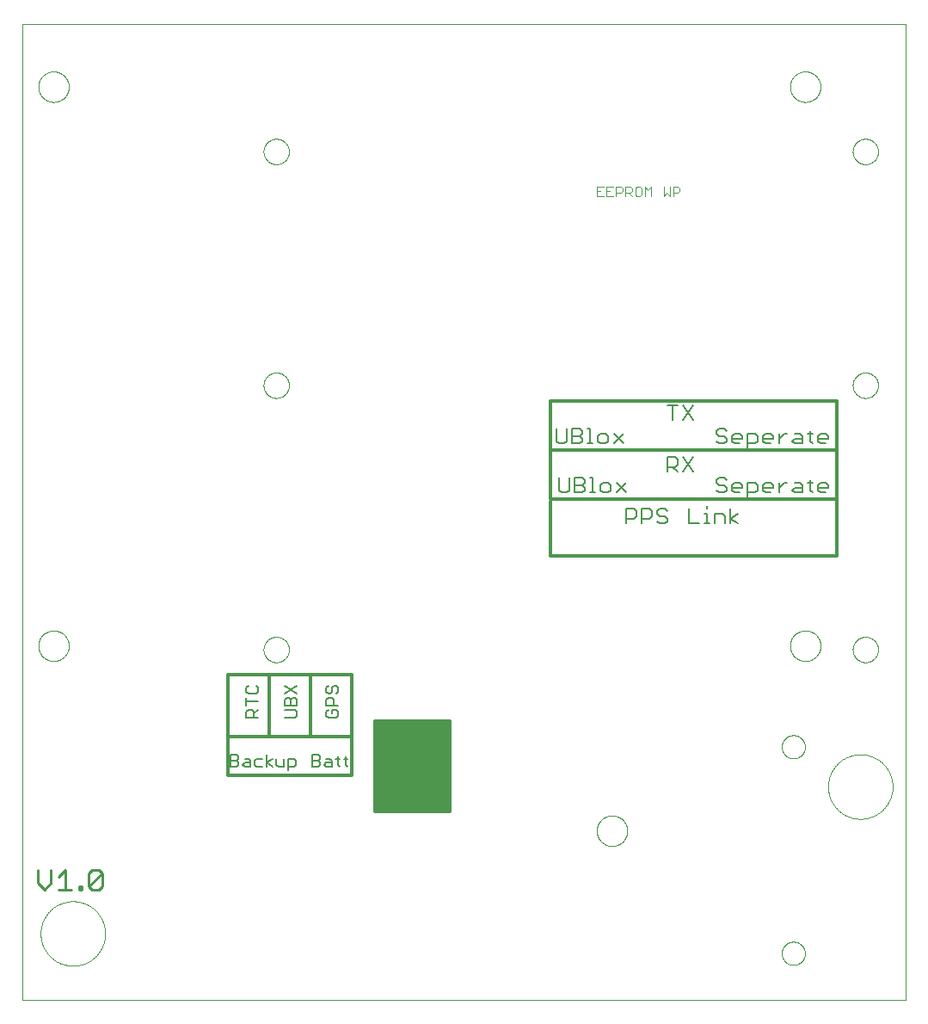
<source format=gto>
G75*
%MOIN*%
%OFA0B0*%
%FSLAX25Y25*%
%IPPOS*%
%LPD*%
%AMOC8*
5,1,8,0,0,1.08239X$1,22.5*
%
%ADD10C,0.00000*%
%ADD11C,0.00400*%
%ADD12C,0.00700*%
%ADD13C,0.00900*%
%ADD14C,0.01200*%
%ADD15C,0.00500*%
D10*
X0017623Y0020253D02*
X0017623Y0398206D01*
X0360143Y0398206D01*
X0360143Y0020253D01*
X0017623Y0020253D01*
X0024808Y0045843D02*
X0024812Y0046150D01*
X0024823Y0046456D01*
X0024842Y0046763D01*
X0024868Y0047068D01*
X0024902Y0047373D01*
X0024943Y0047677D01*
X0024992Y0047980D01*
X0025048Y0048282D01*
X0025112Y0048582D01*
X0025183Y0048880D01*
X0025261Y0049177D01*
X0025346Y0049472D01*
X0025439Y0049764D01*
X0025539Y0050054D01*
X0025646Y0050342D01*
X0025760Y0050627D01*
X0025880Y0050909D01*
X0026008Y0051187D01*
X0026143Y0051463D01*
X0026284Y0051735D01*
X0026432Y0052004D01*
X0026586Y0052269D01*
X0026747Y0052530D01*
X0026915Y0052788D01*
X0027088Y0053041D01*
X0027268Y0053289D01*
X0027454Y0053533D01*
X0027645Y0053773D01*
X0027843Y0054008D01*
X0028046Y0054237D01*
X0028255Y0054462D01*
X0028469Y0054682D01*
X0028689Y0054896D01*
X0028914Y0055105D01*
X0029143Y0055308D01*
X0029378Y0055506D01*
X0029618Y0055697D01*
X0029862Y0055883D01*
X0030110Y0056063D01*
X0030363Y0056236D01*
X0030621Y0056404D01*
X0030882Y0056565D01*
X0031147Y0056719D01*
X0031416Y0056867D01*
X0031688Y0057008D01*
X0031964Y0057143D01*
X0032242Y0057271D01*
X0032524Y0057391D01*
X0032809Y0057505D01*
X0033097Y0057612D01*
X0033387Y0057712D01*
X0033679Y0057805D01*
X0033974Y0057890D01*
X0034271Y0057968D01*
X0034569Y0058039D01*
X0034869Y0058103D01*
X0035171Y0058159D01*
X0035474Y0058208D01*
X0035778Y0058249D01*
X0036083Y0058283D01*
X0036388Y0058309D01*
X0036695Y0058328D01*
X0037001Y0058339D01*
X0037308Y0058343D01*
X0037615Y0058339D01*
X0037921Y0058328D01*
X0038228Y0058309D01*
X0038533Y0058283D01*
X0038838Y0058249D01*
X0039142Y0058208D01*
X0039445Y0058159D01*
X0039747Y0058103D01*
X0040047Y0058039D01*
X0040345Y0057968D01*
X0040642Y0057890D01*
X0040937Y0057805D01*
X0041229Y0057712D01*
X0041519Y0057612D01*
X0041807Y0057505D01*
X0042092Y0057391D01*
X0042374Y0057271D01*
X0042652Y0057143D01*
X0042928Y0057008D01*
X0043200Y0056867D01*
X0043469Y0056719D01*
X0043734Y0056565D01*
X0043995Y0056404D01*
X0044253Y0056236D01*
X0044506Y0056063D01*
X0044754Y0055883D01*
X0044998Y0055697D01*
X0045238Y0055506D01*
X0045473Y0055308D01*
X0045702Y0055105D01*
X0045927Y0054896D01*
X0046147Y0054682D01*
X0046361Y0054462D01*
X0046570Y0054237D01*
X0046773Y0054008D01*
X0046971Y0053773D01*
X0047162Y0053533D01*
X0047348Y0053289D01*
X0047528Y0053041D01*
X0047701Y0052788D01*
X0047869Y0052530D01*
X0048030Y0052269D01*
X0048184Y0052004D01*
X0048332Y0051735D01*
X0048473Y0051463D01*
X0048608Y0051187D01*
X0048736Y0050909D01*
X0048856Y0050627D01*
X0048970Y0050342D01*
X0049077Y0050054D01*
X0049177Y0049764D01*
X0049270Y0049472D01*
X0049355Y0049177D01*
X0049433Y0048880D01*
X0049504Y0048582D01*
X0049568Y0048282D01*
X0049624Y0047980D01*
X0049673Y0047677D01*
X0049714Y0047373D01*
X0049748Y0047068D01*
X0049774Y0046763D01*
X0049793Y0046456D01*
X0049804Y0046150D01*
X0049808Y0045843D01*
X0049804Y0045536D01*
X0049793Y0045230D01*
X0049774Y0044923D01*
X0049748Y0044618D01*
X0049714Y0044313D01*
X0049673Y0044009D01*
X0049624Y0043706D01*
X0049568Y0043404D01*
X0049504Y0043104D01*
X0049433Y0042806D01*
X0049355Y0042509D01*
X0049270Y0042214D01*
X0049177Y0041922D01*
X0049077Y0041632D01*
X0048970Y0041344D01*
X0048856Y0041059D01*
X0048736Y0040777D01*
X0048608Y0040499D01*
X0048473Y0040223D01*
X0048332Y0039951D01*
X0048184Y0039682D01*
X0048030Y0039417D01*
X0047869Y0039156D01*
X0047701Y0038898D01*
X0047528Y0038645D01*
X0047348Y0038397D01*
X0047162Y0038153D01*
X0046971Y0037913D01*
X0046773Y0037678D01*
X0046570Y0037449D01*
X0046361Y0037224D01*
X0046147Y0037004D01*
X0045927Y0036790D01*
X0045702Y0036581D01*
X0045473Y0036378D01*
X0045238Y0036180D01*
X0044998Y0035989D01*
X0044754Y0035803D01*
X0044506Y0035623D01*
X0044253Y0035450D01*
X0043995Y0035282D01*
X0043734Y0035121D01*
X0043469Y0034967D01*
X0043200Y0034819D01*
X0042928Y0034678D01*
X0042652Y0034543D01*
X0042374Y0034415D01*
X0042092Y0034295D01*
X0041807Y0034181D01*
X0041519Y0034074D01*
X0041229Y0033974D01*
X0040937Y0033881D01*
X0040642Y0033796D01*
X0040345Y0033718D01*
X0040047Y0033647D01*
X0039747Y0033583D01*
X0039445Y0033527D01*
X0039142Y0033478D01*
X0038838Y0033437D01*
X0038533Y0033403D01*
X0038228Y0033377D01*
X0037921Y0033358D01*
X0037615Y0033347D01*
X0037308Y0033343D01*
X0037001Y0033347D01*
X0036695Y0033358D01*
X0036388Y0033377D01*
X0036083Y0033403D01*
X0035778Y0033437D01*
X0035474Y0033478D01*
X0035171Y0033527D01*
X0034869Y0033583D01*
X0034569Y0033647D01*
X0034271Y0033718D01*
X0033974Y0033796D01*
X0033679Y0033881D01*
X0033387Y0033974D01*
X0033097Y0034074D01*
X0032809Y0034181D01*
X0032524Y0034295D01*
X0032242Y0034415D01*
X0031964Y0034543D01*
X0031688Y0034678D01*
X0031416Y0034819D01*
X0031147Y0034967D01*
X0030882Y0035121D01*
X0030621Y0035282D01*
X0030363Y0035450D01*
X0030110Y0035623D01*
X0029862Y0035803D01*
X0029618Y0035989D01*
X0029378Y0036180D01*
X0029143Y0036378D01*
X0028914Y0036581D01*
X0028689Y0036790D01*
X0028469Y0037004D01*
X0028255Y0037224D01*
X0028046Y0037449D01*
X0027843Y0037678D01*
X0027645Y0037913D01*
X0027454Y0038153D01*
X0027268Y0038397D01*
X0027088Y0038645D01*
X0026915Y0038898D01*
X0026747Y0039156D01*
X0026586Y0039417D01*
X0026432Y0039682D01*
X0026284Y0039951D01*
X0026143Y0040223D01*
X0026008Y0040499D01*
X0025880Y0040777D01*
X0025760Y0041059D01*
X0025646Y0041344D01*
X0025539Y0041632D01*
X0025439Y0041922D01*
X0025346Y0042214D01*
X0025261Y0042509D01*
X0025183Y0042806D01*
X0025112Y0043104D01*
X0025048Y0043404D01*
X0024992Y0043706D01*
X0024943Y0044009D01*
X0024902Y0044313D01*
X0024868Y0044618D01*
X0024842Y0044923D01*
X0024823Y0045230D01*
X0024812Y0045536D01*
X0024808Y0045843D01*
X0111206Y0155843D02*
X0111208Y0155983D01*
X0111214Y0156123D01*
X0111224Y0156262D01*
X0111238Y0156401D01*
X0111256Y0156540D01*
X0111277Y0156678D01*
X0111303Y0156816D01*
X0111333Y0156953D01*
X0111366Y0157088D01*
X0111404Y0157223D01*
X0111445Y0157357D01*
X0111490Y0157490D01*
X0111538Y0157621D01*
X0111591Y0157750D01*
X0111647Y0157879D01*
X0111706Y0158005D01*
X0111770Y0158130D01*
X0111836Y0158253D01*
X0111907Y0158374D01*
X0111980Y0158493D01*
X0112057Y0158610D01*
X0112138Y0158724D01*
X0112221Y0158836D01*
X0112308Y0158946D01*
X0112398Y0159054D01*
X0112490Y0159158D01*
X0112586Y0159260D01*
X0112685Y0159360D01*
X0112786Y0159456D01*
X0112890Y0159550D01*
X0112997Y0159640D01*
X0113106Y0159727D01*
X0113218Y0159812D01*
X0113332Y0159893D01*
X0113448Y0159971D01*
X0113566Y0160045D01*
X0113687Y0160116D01*
X0113809Y0160184D01*
X0113934Y0160248D01*
X0114060Y0160309D01*
X0114187Y0160366D01*
X0114317Y0160419D01*
X0114448Y0160469D01*
X0114580Y0160514D01*
X0114713Y0160557D01*
X0114848Y0160595D01*
X0114983Y0160629D01*
X0115120Y0160660D01*
X0115257Y0160687D01*
X0115395Y0160709D01*
X0115534Y0160728D01*
X0115673Y0160743D01*
X0115812Y0160754D01*
X0115952Y0160761D01*
X0116092Y0160764D01*
X0116232Y0160763D01*
X0116372Y0160758D01*
X0116511Y0160749D01*
X0116651Y0160736D01*
X0116790Y0160719D01*
X0116928Y0160698D01*
X0117066Y0160674D01*
X0117203Y0160645D01*
X0117339Y0160613D01*
X0117474Y0160576D01*
X0117608Y0160536D01*
X0117741Y0160492D01*
X0117872Y0160444D01*
X0118002Y0160393D01*
X0118131Y0160338D01*
X0118258Y0160279D01*
X0118383Y0160216D01*
X0118506Y0160151D01*
X0118628Y0160081D01*
X0118747Y0160008D01*
X0118865Y0159932D01*
X0118980Y0159853D01*
X0119093Y0159770D01*
X0119203Y0159684D01*
X0119311Y0159595D01*
X0119416Y0159503D01*
X0119519Y0159408D01*
X0119619Y0159310D01*
X0119716Y0159210D01*
X0119810Y0159106D01*
X0119902Y0159000D01*
X0119990Y0158892D01*
X0120075Y0158781D01*
X0120157Y0158667D01*
X0120236Y0158551D01*
X0120311Y0158434D01*
X0120383Y0158314D01*
X0120451Y0158192D01*
X0120516Y0158068D01*
X0120578Y0157942D01*
X0120636Y0157815D01*
X0120690Y0157686D01*
X0120741Y0157555D01*
X0120787Y0157423D01*
X0120830Y0157290D01*
X0120870Y0157156D01*
X0120905Y0157021D01*
X0120937Y0156884D01*
X0120964Y0156747D01*
X0120988Y0156609D01*
X0121008Y0156471D01*
X0121024Y0156332D01*
X0121036Y0156192D01*
X0121044Y0156053D01*
X0121048Y0155913D01*
X0121048Y0155773D01*
X0121044Y0155633D01*
X0121036Y0155494D01*
X0121024Y0155354D01*
X0121008Y0155215D01*
X0120988Y0155077D01*
X0120964Y0154939D01*
X0120937Y0154802D01*
X0120905Y0154665D01*
X0120870Y0154530D01*
X0120830Y0154396D01*
X0120787Y0154263D01*
X0120741Y0154131D01*
X0120690Y0154000D01*
X0120636Y0153871D01*
X0120578Y0153744D01*
X0120516Y0153618D01*
X0120451Y0153494D01*
X0120383Y0153372D01*
X0120311Y0153252D01*
X0120236Y0153135D01*
X0120157Y0153019D01*
X0120075Y0152905D01*
X0119990Y0152794D01*
X0119902Y0152686D01*
X0119810Y0152580D01*
X0119716Y0152476D01*
X0119619Y0152376D01*
X0119519Y0152278D01*
X0119416Y0152183D01*
X0119311Y0152091D01*
X0119203Y0152002D01*
X0119093Y0151916D01*
X0118980Y0151833D01*
X0118865Y0151754D01*
X0118747Y0151678D01*
X0118628Y0151605D01*
X0118506Y0151535D01*
X0118383Y0151470D01*
X0118258Y0151407D01*
X0118131Y0151348D01*
X0118002Y0151293D01*
X0117872Y0151242D01*
X0117741Y0151194D01*
X0117608Y0151150D01*
X0117474Y0151110D01*
X0117339Y0151073D01*
X0117203Y0151041D01*
X0117066Y0151012D01*
X0116928Y0150988D01*
X0116790Y0150967D01*
X0116651Y0150950D01*
X0116511Y0150937D01*
X0116372Y0150928D01*
X0116232Y0150923D01*
X0116092Y0150922D01*
X0115952Y0150925D01*
X0115812Y0150932D01*
X0115673Y0150943D01*
X0115534Y0150958D01*
X0115395Y0150977D01*
X0115257Y0150999D01*
X0115120Y0151026D01*
X0114983Y0151057D01*
X0114848Y0151091D01*
X0114713Y0151129D01*
X0114580Y0151172D01*
X0114448Y0151217D01*
X0114317Y0151267D01*
X0114187Y0151320D01*
X0114060Y0151377D01*
X0113934Y0151438D01*
X0113809Y0151502D01*
X0113687Y0151570D01*
X0113566Y0151641D01*
X0113448Y0151715D01*
X0113332Y0151793D01*
X0113218Y0151874D01*
X0113106Y0151959D01*
X0112997Y0152046D01*
X0112890Y0152136D01*
X0112786Y0152230D01*
X0112685Y0152326D01*
X0112586Y0152426D01*
X0112490Y0152528D01*
X0112398Y0152632D01*
X0112308Y0152740D01*
X0112221Y0152850D01*
X0112138Y0152962D01*
X0112057Y0153076D01*
X0111980Y0153193D01*
X0111907Y0153312D01*
X0111836Y0153433D01*
X0111770Y0153556D01*
X0111706Y0153681D01*
X0111647Y0153807D01*
X0111591Y0153936D01*
X0111538Y0154065D01*
X0111490Y0154196D01*
X0111445Y0154329D01*
X0111404Y0154463D01*
X0111366Y0154598D01*
X0111333Y0154733D01*
X0111303Y0154870D01*
X0111277Y0155008D01*
X0111256Y0155146D01*
X0111238Y0155285D01*
X0111224Y0155424D01*
X0111214Y0155563D01*
X0111208Y0155703D01*
X0111206Y0155843D01*
X0023914Y0157316D02*
X0023916Y0157469D01*
X0023922Y0157623D01*
X0023932Y0157776D01*
X0023946Y0157928D01*
X0023964Y0158081D01*
X0023986Y0158232D01*
X0024011Y0158383D01*
X0024041Y0158534D01*
X0024075Y0158684D01*
X0024112Y0158832D01*
X0024153Y0158980D01*
X0024198Y0159126D01*
X0024247Y0159272D01*
X0024300Y0159416D01*
X0024356Y0159558D01*
X0024416Y0159699D01*
X0024480Y0159839D01*
X0024547Y0159977D01*
X0024618Y0160113D01*
X0024693Y0160247D01*
X0024770Y0160379D01*
X0024852Y0160509D01*
X0024936Y0160637D01*
X0025024Y0160763D01*
X0025115Y0160886D01*
X0025209Y0161007D01*
X0025307Y0161125D01*
X0025407Y0161241D01*
X0025511Y0161354D01*
X0025617Y0161465D01*
X0025726Y0161573D01*
X0025838Y0161678D01*
X0025952Y0161779D01*
X0026070Y0161878D01*
X0026189Y0161974D01*
X0026311Y0162067D01*
X0026436Y0162156D01*
X0026563Y0162243D01*
X0026692Y0162325D01*
X0026823Y0162405D01*
X0026956Y0162481D01*
X0027091Y0162554D01*
X0027228Y0162623D01*
X0027367Y0162688D01*
X0027507Y0162750D01*
X0027649Y0162808D01*
X0027792Y0162863D01*
X0027937Y0162914D01*
X0028083Y0162961D01*
X0028230Y0163004D01*
X0028378Y0163043D01*
X0028527Y0163079D01*
X0028677Y0163110D01*
X0028828Y0163138D01*
X0028979Y0163162D01*
X0029132Y0163182D01*
X0029284Y0163198D01*
X0029437Y0163210D01*
X0029590Y0163218D01*
X0029743Y0163222D01*
X0029897Y0163222D01*
X0030050Y0163218D01*
X0030203Y0163210D01*
X0030356Y0163198D01*
X0030508Y0163182D01*
X0030661Y0163162D01*
X0030812Y0163138D01*
X0030963Y0163110D01*
X0031113Y0163079D01*
X0031262Y0163043D01*
X0031410Y0163004D01*
X0031557Y0162961D01*
X0031703Y0162914D01*
X0031848Y0162863D01*
X0031991Y0162808D01*
X0032133Y0162750D01*
X0032273Y0162688D01*
X0032412Y0162623D01*
X0032549Y0162554D01*
X0032684Y0162481D01*
X0032817Y0162405D01*
X0032948Y0162325D01*
X0033077Y0162243D01*
X0033204Y0162156D01*
X0033329Y0162067D01*
X0033451Y0161974D01*
X0033570Y0161878D01*
X0033688Y0161779D01*
X0033802Y0161678D01*
X0033914Y0161573D01*
X0034023Y0161465D01*
X0034129Y0161354D01*
X0034233Y0161241D01*
X0034333Y0161125D01*
X0034431Y0161007D01*
X0034525Y0160886D01*
X0034616Y0160763D01*
X0034704Y0160637D01*
X0034788Y0160509D01*
X0034870Y0160379D01*
X0034947Y0160247D01*
X0035022Y0160113D01*
X0035093Y0159977D01*
X0035160Y0159839D01*
X0035224Y0159699D01*
X0035284Y0159558D01*
X0035340Y0159416D01*
X0035393Y0159272D01*
X0035442Y0159126D01*
X0035487Y0158980D01*
X0035528Y0158832D01*
X0035565Y0158684D01*
X0035599Y0158534D01*
X0035629Y0158383D01*
X0035654Y0158232D01*
X0035676Y0158081D01*
X0035694Y0157928D01*
X0035708Y0157776D01*
X0035718Y0157623D01*
X0035724Y0157469D01*
X0035726Y0157316D01*
X0035724Y0157163D01*
X0035718Y0157009D01*
X0035708Y0156856D01*
X0035694Y0156704D01*
X0035676Y0156551D01*
X0035654Y0156400D01*
X0035629Y0156249D01*
X0035599Y0156098D01*
X0035565Y0155948D01*
X0035528Y0155800D01*
X0035487Y0155652D01*
X0035442Y0155506D01*
X0035393Y0155360D01*
X0035340Y0155216D01*
X0035284Y0155074D01*
X0035224Y0154933D01*
X0035160Y0154793D01*
X0035093Y0154655D01*
X0035022Y0154519D01*
X0034947Y0154385D01*
X0034870Y0154253D01*
X0034788Y0154123D01*
X0034704Y0153995D01*
X0034616Y0153869D01*
X0034525Y0153746D01*
X0034431Y0153625D01*
X0034333Y0153507D01*
X0034233Y0153391D01*
X0034129Y0153278D01*
X0034023Y0153167D01*
X0033914Y0153059D01*
X0033802Y0152954D01*
X0033688Y0152853D01*
X0033570Y0152754D01*
X0033451Y0152658D01*
X0033329Y0152565D01*
X0033204Y0152476D01*
X0033077Y0152389D01*
X0032948Y0152307D01*
X0032817Y0152227D01*
X0032684Y0152151D01*
X0032549Y0152078D01*
X0032412Y0152009D01*
X0032273Y0151944D01*
X0032133Y0151882D01*
X0031991Y0151824D01*
X0031848Y0151769D01*
X0031703Y0151718D01*
X0031557Y0151671D01*
X0031410Y0151628D01*
X0031262Y0151589D01*
X0031113Y0151553D01*
X0030963Y0151522D01*
X0030812Y0151494D01*
X0030661Y0151470D01*
X0030508Y0151450D01*
X0030356Y0151434D01*
X0030203Y0151422D01*
X0030050Y0151414D01*
X0029897Y0151410D01*
X0029743Y0151410D01*
X0029590Y0151414D01*
X0029437Y0151422D01*
X0029284Y0151434D01*
X0029132Y0151450D01*
X0028979Y0151470D01*
X0028828Y0151494D01*
X0028677Y0151522D01*
X0028527Y0151553D01*
X0028378Y0151589D01*
X0028230Y0151628D01*
X0028083Y0151671D01*
X0027937Y0151718D01*
X0027792Y0151769D01*
X0027649Y0151824D01*
X0027507Y0151882D01*
X0027367Y0151944D01*
X0027228Y0152009D01*
X0027091Y0152078D01*
X0026956Y0152151D01*
X0026823Y0152227D01*
X0026692Y0152307D01*
X0026563Y0152389D01*
X0026436Y0152476D01*
X0026311Y0152565D01*
X0026189Y0152658D01*
X0026070Y0152754D01*
X0025952Y0152853D01*
X0025838Y0152954D01*
X0025726Y0153059D01*
X0025617Y0153167D01*
X0025511Y0153278D01*
X0025407Y0153391D01*
X0025307Y0153507D01*
X0025209Y0153625D01*
X0025115Y0153746D01*
X0025024Y0153869D01*
X0024936Y0153995D01*
X0024852Y0154123D01*
X0024770Y0154253D01*
X0024693Y0154385D01*
X0024618Y0154519D01*
X0024547Y0154655D01*
X0024480Y0154793D01*
X0024416Y0154933D01*
X0024356Y0155074D01*
X0024300Y0155216D01*
X0024247Y0155360D01*
X0024198Y0155506D01*
X0024153Y0155652D01*
X0024112Y0155800D01*
X0024075Y0155948D01*
X0024041Y0156098D01*
X0024011Y0156249D01*
X0023986Y0156400D01*
X0023964Y0156551D01*
X0023946Y0156704D01*
X0023932Y0156856D01*
X0023922Y0157009D01*
X0023916Y0157163D01*
X0023914Y0157316D01*
X0111206Y0258206D02*
X0111208Y0258346D01*
X0111214Y0258486D01*
X0111224Y0258625D01*
X0111238Y0258764D01*
X0111256Y0258903D01*
X0111277Y0259041D01*
X0111303Y0259179D01*
X0111333Y0259316D01*
X0111366Y0259451D01*
X0111404Y0259586D01*
X0111445Y0259720D01*
X0111490Y0259853D01*
X0111538Y0259984D01*
X0111591Y0260113D01*
X0111647Y0260242D01*
X0111706Y0260368D01*
X0111770Y0260493D01*
X0111836Y0260616D01*
X0111907Y0260737D01*
X0111980Y0260856D01*
X0112057Y0260973D01*
X0112138Y0261087D01*
X0112221Y0261199D01*
X0112308Y0261309D01*
X0112398Y0261417D01*
X0112490Y0261521D01*
X0112586Y0261623D01*
X0112685Y0261723D01*
X0112786Y0261819D01*
X0112890Y0261913D01*
X0112997Y0262003D01*
X0113106Y0262090D01*
X0113218Y0262175D01*
X0113332Y0262256D01*
X0113448Y0262334D01*
X0113566Y0262408D01*
X0113687Y0262479D01*
X0113809Y0262547D01*
X0113934Y0262611D01*
X0114060Y0262672D01*
X0114187Y0262729D01*
X0114317Y0262782D01*
X0114448Y0262832D01*
X0114580Y0262877D01*
X0114713Y0262920D01*
X0114848Y0262958D01*
X0114983Y0262992D01*
X0115120Y0263023D01*
X0115257Y0263050D01*
X0115395Y0263072D01*
X0115534Y0263091D01*
X0115673Y0263106D01*
X0115812Y0263117D01*
X0115952Y0263124D01*
X0116092Y0263127D01*
X0116232Y0263126D01*
X0116372Y0263121D01*
X0116511Y0263112D01*
X0116651Y0263099D01*
X0116790Y0263082D01*
X0116928Y0263061D01*
X0117066Y0263037D01*
X0117203Y0263008D01*
X0117339Y0262976D01*
X0117474Y0262939D01*
X0117608Y0262899D01*
X0117741Y0262855D01*
X0117872Y0262807D01*
X0118002Y0262756D01*
X0118131Y0262701D01*
X0118258Y0262642D01*
X0118383Y0262579D01*
X0118506Y0262514D01*
X0118628Y0262444D01*
X0118747Y0262371D01*
X0118865Y0262295D01*
X0118980Y0262216D01*
X0119093Y0262133D01*
X0119203Y0262047D01*
X0119311Y0261958D01*
X0119416Y0261866D01*
X0119519Y0261771D01*
X0119619Y0261673D01*
X0119716Y0261573D01*
X0119810Y0261469D01*
X0119902Y0261363D01*
X0119990Y0261255D01*
X0120075Y0261144D01*
X0120157Y0261030D01*
X0120236Y0260914D01*
X0120311Y0260797D01*
X0120383Y0260677D01*
X0120451Y0260555D01*
X0120516Y0260431D01*
X0120578Y0260305D01*
X0120636Y0260178D01*
X0120690Y0260049D01*
X0120741Y0259918D01*
X0120787Y0259786D01*
X0120830Y0259653D01*
X0120870Y0259519D01*
X0120905Y0259384D01*
X0120937Y0259247D01*
X0120964Y0259110D01*
X0120988Y0258972D01*
X0121008Y0258834D01*
X0121024Y0258695D01*
X0121036Y0258555D01*
X0121044Y0258416D01*
X0121048Y0258276D01*
X0121048Y0258136D01*
X0121044Y0257996D01*
X0121036Y0257857D01*
X0121024Y0257717D01*
X0121008Y0257578D01*
X0120988Y0257440D01*
X0120964Y0257302D01*
X0120937Y0257165D01*
X0120905Y0257028D01*
X0120870Y0256893D01*
X0120830Y0256759D01*
X0120787Y0256626D01*
X0120741Y0256494D01*
X0120690Y0256363D01*
X0120636Y0256234D01*
X0120578Y0256107D01*
X0120516Y0255981D01*
X0120451Y0255857D01*
X0120383Y0255735D01*
X0120311Y0255615D01*
X0120236Y0255498D01*
X0120157Y0255382D01*
X0120075Y0255268D01*
X0119990Y0255157D01*
X0119902Y0255049D01*
X0119810Y0254943D01*
X0119716Y0254839D01*
X0119619Y0254739D01*
X0119519Y0254641D01*
X0119416Y0254546D01*
X0119311Y0254454D01*
X0119203Y0254365D01*
X0119093Y0254279D01*
X0118980Y0254196D01*
X0118865Y0254117D01*
X0118747Y0254041D01*
X0118628Y0253968D01*
X0118506Y0253898D01*
X0118383Y0253833D01*
X0118258Y0253770D01*
X0118131Y0253711D01*
X0118002Y0253656D01*
X0117872Y0253605D01*
X0117741Y0253557D01*
X0117608Y0253513D01*
X0117474Y0253473D01*
X0117339Y0253436D01*
X0117203Y0253404D01*
X0117066Y0253375D01*
X0116928Y0253351D01*
X0116790Y0253330D01*
X0116651Y0253313D01*
X0116511Y0253300D01*
X0116372Y0253291D01*
X0116232Y0253286D01*
X0116092Y0253285D01*
X0115952Y0253288D01*
X0115812Y0253295D01*
X0115673Y0253306D01*
X0115534Y0253321D01*
X0115395Y0253340D01*
X0115257Y0253362D01*
X0115120Y0253389D01*
X0114983Y0253420D01*
X0114848Y0253454D01*
X0114713Y0253492D01*
X0114580Y0253535D01*
X0114448Y0253580D01*
X0114317Y0253630D01*
X0114187Y0253683D01*
X0114060Y0253740D01*
X0113934Y0253801D01*
X0113809Y0253865D01*
X0113687Y0253933D01*
X0113566Y0254004D01*
X0113448Y0254078D01*
X0113332Y0254156D01*
X0113218Y0254237D01*
X0113106Y0254322D01*
X0112997Y0254409D01*
X0112890Y0254499D01*
X0112786Y0254593D01*
X0112685Y0254689D01*
X0112586Y0254789D01*
X0112490Y0254891D01*
X0112398Y0254995D01*
X0112308Y0255103D01*
X0112221Y0255213D01*
X0112138Y0255325D01*
X0112057Y0255439D01*
X0111980Y0255556D01*
X0111907Y0255675D01*
X0111836Y0255796D01*
X0111770Y0255919D01*
X0111706Y0256044D01*
X0111647Y0256170D01*
X0111591Y0256299D01*
X0111538Y0256428D01*
X0111490Y0256559D01*
X0111445Y0256692D01*
X0111404Y0256826D01*
X0111366Y0256961D01*
X0111333Y0257096D01*
X0111303Y0257233D01*
X0111277Y0257371D01*
X0111256Y0257509D01*
X0111238Y0257648D01*
X0111224Y0257787D01*
X0111214Y0257926D01*
X0111208Y0258066D01*
X0111206Y0258206D01*
X0111206Y0348757D02*
X0111208Y0348897D01*
X0111214Y0349037D01*
X0111224Y0349176D01*
X0111238Y0349315D01*
X0111256Y0349454D01*
X0111277Y0349592D01*
X0111303Y0349730D01*
X0111333Y0349867D01*
X0111366Y0350002D01*
X0111404Y0350137D01*
X0111445Y0350271D01*
X0111490Y0350404D01*
X0111538Y0350535D01*
X0111591Y0350664D01*
X0111647Y0350793D01*
X0111706Y0350919D01*
X0111770Y0351044D01*
X0111836Y0351167D01*
X0111907Y0351288D01*
X0111980Y0351407D01*
X0112057Y0351524D01*
X0112138Y0351638D01*
X0112221Y0351750D01*
X0112308Y0351860D01*
X0112398Y0351968D01*
X0112490Y0352072D01*
X0112586Y0352174D01*
X0112685Y0352274D01*
X0112786Y0352370D01*
X0112890Y0352464D01*
X0112997Y0352554D01*
X0113106Y0352641D01*
X0113218Y0352726D01*
X0113332Y0352807D01*
X0113448Y0352885D01*
X0113566Y0352959D01*
X0113687Y0353030D01*
X0113809Y0353098D01*
X0113934Y0353162D01*
X0114060Y0353223D01*
X0114187Y0353280D01*
X0114317Y0353333D01*
X0114448Y0353383D01*
X0114580Y0353428D01*
X0114713Y0353471D01*
X0114848Y0353509D01*
X0114983Y0353543D01*
X0115120Y0353574D01*
X0115257Y0353601D01*
X0115395Y0353623D01*
X0115534Y0353642D01*
X0115673Y0353657D01*
X0115812Y0353668D01*
X0115952Y0353675D01*
X0116092Y0353678D01*
X0116232Y0353677D01*
X0116372Y0353672D01*
X0116511Y0353663D01*
X0116651Y0353650D01*
X0116790Y0353633D01*
X0116928Y0353612D01*
X0117066Y0353588D01*
X0117203Y0353559D01*
X0117339Y0353527D01*
X0117474Y0353490D01*
X0117608Y0353450D01*
X0117741Y0353406D01*
X0117872Y0353358D01*
X0118002Y0353307D01*
X0118131Y0353252D01*
X0118258Y0353193D01*
X0118383Y0353130D01*
X0118506Y0353065D01*
X0118628Y0352995D01*
X0118747Y0352922D01*
X0118865Y0352846D01*
X0118980Y0352767D01*
X0119093Y0352684D01*
X0119203Y0352598D01*
X0119311Y0352509D01*
X0119416Y0352417D01*
X0119519Y0352322D01*
X0119619Y0352224D01*
X0119716Y0352124D01*
X0119810Y0352020D01*
X0119902Y0351914D01*
X0119990Y0351806D01*
X0120075Y0351695D01*
X0120157Y0351581D01*
X0120236Y0351465D01*
X0120311Y0351348D01*
X0120383Y0351228D01*
X0120451Y0351106D01*
X0120516Y0350982D01*
X0120578Y0350856D01*
X0120636Y0350729D01*
X0120690Y0350600D01*
X0120741Y0350469D01*
X0120787Y0350337D01*
X0120830Y0350204D01*
X0120870Y0350070D01*
X0120905Y0349935D01*
X0120937Y0349798D01*
X0120964Y0349661D01*
X0120988Y0349523D01*
X0121008Y0349385D01*
X0121024Y0349246D01*
X0121036Y0349106D01*
X0121044Y0348967D01*
X0121048Y0348827D01*
X0121048Y0348687D01*
X0121044Y0348547D01*
X0121036Y0348408D01*
X0121024Y0348268D01*
X0121008Y0348129D01*
X0120988Y0347991D01*
X0120964Y0347853D01*
X0120937Y0347716D01*
X0120905Y0347579D01*
X0120870Y0347444D01*
X0120830Y0347310D01*
X0120787Y0347177D01*
X0120741Y0347045D01*
X0120690Y0346914D01*
X0120636Y0346785D01*
X0120578Y0346658D01*
X0120516Y0346532D01*
X0120451Y0346408D01*
X0120383Y0346286D01*
X0120311Y0346166D01*
X0120236Y0346049D01*
X0120157Y0345933D01*
X0120075Y0345819D01*
X0119990Y0345708D01*
X0119902Y0345600D01*
X0119810Y0345494D01*
X0119716Y0345390D01*
X0119619Y0345290D01*
X0119519Y0345192D01*
X0119416Y0345097D01*
X0119311Y0345005D01*
X0119203Y0344916D01*
X0119093Y0344830D01*
X0118980Y0344747D01*
X0118865Y0344668D01*
X0118747Y0344592D01*
X0118628Y0344519D01*
X0118506Y0344449D01*
X0118383Y0344384D01*
X0118258Y0344321D01*
X0118131Y0344262D01*
X0118002Y0344207D01*
X0117872Y0344156D01*
X0117741Y0344108D01*
X0117608Y0344064D01*
X0117474Y0344024D01*
X0117339Y0343987D01*
X0117203Y0343955D01*
X0117066Y0343926D01*
X0116928Y0343902D01*
X0116790Y0343881D01*
X0116651Y0343864D01*
X0116511Y0343851D01*
X0116372Y0343842D01*
X0116232Y0343837D01*
X0116092Y0343836D01*
X0115952Y0343839D01*
X0115812Y0343846D01*
X0115673Y0343857D01*
X0115534Y0343872D01*
X0115395Y0343891D01*
X0115257Y0343913D01*
X0115120Y0343940D01*
X0114983Y0343971D01*
X0114848Y0344005D01*
X0114713Y0344043D01*
X0114580Y0344086D01*
X0114448Y0344131D01*
X0114317Y0344181D01*
X0114187Y0344234D01*
X0114060Y0344291D01*
X0113934Y0344352D01*
X0113809Y0344416D01*
X0113687Y0344484D01*
X0113566Y0344555D01*
X0113448Y0344629D01*
X0113332Y0344707D01*
X0113218Y0344788D01*
X0113106Y0344873D01*
X0112997Y0344960D01*
X0112890Y0345050D01*
X0112786Y0345144D01*
X0112685Y0345240D01*
X0112586Y0345340D01*
X0112490Y0345442D01*
X0112398Y0345546D01*
X0112308Y0345654D01*
X0112221Y0345764D01*
X0112138Y0345876D01*
X0112057Y0345990D01*
X0111980Y0346107D01*
X0111907Y0346226D01*
X0111836Y0346347D01*
X0111770Y0346470D01*
X0111706Y0346595D01*
X0111647Y0346721D01*
X0111591Y0346850D01*
X0111538Y0346979D01*
X0111490Y0347110D01*
X0111445Y0347243D01*
X0111404Y0347377D01*
X0111366Y0347512D01*
X0111333Y0347647D01*
X0111303Y0347784D01*
X0111277Y0347922D01*
X0111256Y0348060D01*
X0111238Y0348199D01*
X0111224Y0348338D01*
X0111214Y0348477D01*
X0111208Y0348617D01*
X0111206Y0348757D01*
X0023914Y0373851D02*
X0023916Y0374004D01*
X0023922Y0374158D01*
X0023932Y0374311D01*
X0023946Y0374463D01*
X0023964Y0374616D01*
X0023986Y0374767D01*
X0024011Y0374918D01*
X0024041Y0375069D01*
X0024075Y0375219D01*
X0024112Y0375367D01*
X0024153Y0375515D01*
X0024198Y0375661D01*
X0024247Y0375807D01*
X0024300Y0375951D01*
X0024356Y0376093D01*
X0024416Y0376234D01*
X0024480Y0376374D01*
X0024547Y0376512D01*
X0024618Y0376648D01*
X0024693Y0376782D01*
X0024770Y0376914D01*
X0024852Y0377044D01*
X0024936Y0377172D01*
X0025024Y0377298D01*
X0025115Y0377421D01*
X0025209Y0377542D01*
X0025307Y0377660D01*
X0025407Y0377776D01*
X0025511Y0377889D01*
X0025617Y0378000D01*
X0025726Y0378108D01*
X0025838Y0378213D01*
X0025952Y0378314D01*
X0026070Y0378413D01*
X0026189Y0378509D01*
X0026311Y0378602D01*
X0026436Y0378691D01*
X0026563Y0378778D01*
X0026692Y0378860D01*
X0026823Y0378940D01*
X0026956Y0379016D01*
X0027091Y0379089D01*
X0027228Y0379158D01*
X0027367Y0379223D01*
X0027507Y0379285D01*
X0027649Y0379343D01*
X0027792Y0379398D01*
X0027937Y0379449D01*
X0028083Y0379496D01*
X0028230Y0379539D01*
X0028378Y0379578D01*
X0028527Y0379614D01*
X0028677Y0379645D01*
X0028828Y0379673D01*
X0028979Y0379697D01*
X0029132Y0379717D01*
X0029284Y0379733D01*
X0029437Y0379745D01*
X0029590Y0379753D01*
X0029743Y0379757D01*
X0029897Y0379757D01*
X0030050Y0379753D01*
X0030203Y0379745D01*
X0030356Y0379733D01*
X0030508Y0379717D01*
X0030661Y0379697D01*
X0030812Y0379673D01*
X0030963Y0379645D01*
X0031113Y0379614D01*
X0031262Y0379578D01*
X0031410Y0379539D01*
X0031557Y0379496D01*
X0031703Y0379449D01*
X0031848Y0379398D01*
X0031991Y0379343D01*
X0032133Y0379285D01*
X0032273Y0379223D01*
X0032412Y0379158D01*
X0032549Y0379089D01*
X0032684Y0379016D01*
X0032817Y0378940D01*
X0032948Y0378860D01*
X0033077Y0378778D01*
X0033204Y0378691D01*
X0033329Y0378602D01*
X0033451Y0378509D01*
X0033570Y0378413D01*
X0033688Y0378314D01*
X0033802Y0378213D01*
X0033914Y0378108D01*
X0034023Y0378000D01*
X0034129Y0377889D01*
X0034233Y0377776D01*
X0034333Y0377660D01*
X0034431Y0377542D01*
X0034525Y0377421D01*
X0034616Y0377298D01*
X0034704Y0377172D01*
X0034788Y0377044D01*
X0034870Y0376914D01*
X0034947Y0376782D01*
X0035022Y0376648D01*
X0035093Y0376512D01*
X0035160Y0376374D01*
X0035224Y0376234D01*
X0035284Y0376093D01*
X0035340Y0375951D01*
X0035393Y0375807D01*
X0035442Y0375661D01*
X0035487Y0375515D01*
X0035528Y0375367D01*
X0035565Y0375219D01*
X0035599Y0375069D01*
X0035629Y0374918D01*
X0035654Y0374767D01*
X0035676Y0374616D01*
X0035694Y0374463D01*
X0035708Y0374311D01*
X0035718Y0374158D01*
X0035724Y0374004D01*
X0035726Y0373851D01*
X0035724Y0373698D01*
X0035718Y0373544D01*
X0035708Y0373391D01*
X0035694Y0373239D01*
X0035676Y0373086D01*
X0035654Y0372935D01*
X0035629Y0372784D01*
X0035599Y0372633D01*
X0035565Y0372483D01*
X0035528Y0372335D01*
X0035487Y0372187D01*
X0035442Y0372041D01*
X0035393Y0371895D01*
X0035340Y0371751D01*
X0035284Y0371609D01*
X0035224Y0371468D01*
X0035160Y0371328D01*
X0035093Y0371190D01*
X0035022Y0371054D01*
X0034947Y0370920D01*
X0034870Y0370788D01*
X0034788Y0370658D01*
X0034704Y0370530D01*
X0034616Y0370404D01*
X0034525Y0370281D01*
X0034431Y0370160D01*
X0034333Y0370042D01*
X0034233Y0369926D01*
X0034129Y0369813D01*
X0034023Y0369702D01*
X0033914Y0369594D01*
X0033802Y0369489D01*
X0033688Y0369388D01*
X0033570Y0369289D01*
X0033451Y0369193D01*
X0033329Y0369100D01*
X0033204Y0369011D01*
X0033077Y0368924D01*
X0032948Y0368842D01*
X0032817Y0368762D01*
X0032684Y0368686D01*
X0032549Y0368613D01*
X0032412Y0368544D01*
X0032273Y0368479D01*
X0032133Y0368417D01*
X0031991Y0368359D01*
X0031848Y0368304D01*
X0031703Y0368253D01*
X0031557Y0368206D01*
X0031410Y0368163D01*
X0031262Y0368124D01*
X0031113Y0368088D01*
X0030963Y0368057D01*
X0030812Y0368029D01*
X0030661Y0368005D01*
X0030508Y0367985D01*
X0030356Y0367969D01*
X0030203Y0367957D01*
X0030050Y0367949D01*
X0029897Y0367945D01*
X0029743Y0367945D01*
X0029590Y0367949D01*
X0029437Y0367957D01*
X0029284Y0367969D01*
X0029132Y0367985D01*
X0028979Y0368005D01*
X0028828Y0368029D01*
X0028677Y0368057D01*
X0028527Y0368088D01*
X0028378Y0368124D01*
X0028230Y0368163D01*
X0028083Y0368206D01*
X0027937Y0368253D01*
X0027792Y0368304D01*
X0027649Y0368359D01*
X0027507Y0368417D01*
X0027367Y0368479D01*
X0027228Y0368544D01*
X0027091Y0368613D01*
X0026956Y0368686D01*
X0026823Y0368762D01*
X0026692Y0368842D01*
X0026563Y0368924D01*
X0026436Y0369011D01*
X0026311Y0369100D01*
X0026189Y0369193D01*
X0026070Y0369289D01*
X0025952Y0369388D01*
X0025838Y0369489D01*
X0025726Y0369594D01*
X0025617Y0369702D01*
X0025511Y0369813D01*
X0025407Y0369926D01*
X0025307Y0370042D01*
X0025209Y0370160D01*
X0025115Y0370281D01*
X0025024Y0370404D01*
X0024936Y0370530D01*
X0024852Y0370658D01*
X0024770Y0370788D01*
X0024693Y0370920D01*
X0024618Y0371054D01*
X0024547Y0371190D01*
X0024480Y0371328D01*
X0024416Y0371468D01*
X0024356Y0371609D01*
X0024300Y0371751D01*
X0024247Y0371895D01*
X0024198Y0372041D01*
X0024153Y0372187D01*
X0024112Y0372335D01*
X0024075Y0372483D01*
X0024041Y0372633D01*
X0024011Y0372784D01*
X0023986Y0372935D01*
X0023964Y0373086D01*
X0023946Y0373239D01*
X0023932Y0373391D01*
X0023922Y0373544D01*
X0023916Y0373698D01*
X0023914Y0373851D01*
X0240363Y0085646D02*
X0240365Y0085799D01*
X0240371Y0085953D01*
X0240381Y0086106D01*
X0240395Y0086258D01*
X0240413Y0086411D01*
X0240435Y0086562D01*
X0240460Y0086713D01*
X0240490Y0086864D01*
X0240524Y0087014D01*
X0240561Y0087162D01*
X0240602Y0087310D01*
X0240647Y0087456D01*
X0240696Y0087602D01*
X0240749Y0087746D01*
X0240805Y0087888D01*
X0240865Y0088029D01*
X0240929Y0088169D01*
X0240996Y0088307D01*
X0241067Y0088443D01*
X0241142Y0088577D01*
X0241219Y0088709D01*
X0241301Y0088839D01*
X0241385Y0088967D01*
X0241473Y0089093D01*
X0241564Y0089216D01*
X0241658Y0089337D01*
X0241756Y0089455D01*
X0241856Y0089571D01*
X0241960Y0089684D01*
X0242066Y0089795D01*
X0242175Y0089903D01*
X0242287Y0090008D01*
X0242401Y0090109D01*
X0242519Y0090208D01*
X0242638Y0090304D01*
X0242760Y0090397D01*
X0242885Y0090486D01*
X0243012Y0090573D01*
X0243141Y0090655D01*
X0243272Y0090735D01*
X0243405Y0090811D01*
X0243540Y0090884D01*
X0243677Y0090953D01*
X0243816Y0091018D01*
X0243956Y0091080D01*
X0244098Y0091138D01*
X0244241Y0091193D01*
X0244386Y0091244D01*
X0244532Y0091291D01*
X0244679Y0091334D01*
X0244827Y0091373D01*
X0244976Y0091409D01*
X0245126Y0091440D01*
X0245277Y0091468D01*
X0245428Y0091492D01*
X0245581Y0091512D01*
X0245733Y0091528D01*
X0245886Y0091540D01*
X0246039Y0091548D01*
X0246192Y0091552D01*
X0246346Y0091552D01*
X0246499Y0091548D01*
X0246652Y0091540D01*
X0246805Y0091528D01*
X0246957Y0091512D01*
X0247110Y0091492D01*
X0247261Y0091468D01*
X0247412Y0091440D01*
X0247562Y0091409D01*
X0247711Y0091373D01*
X0247859Y0091334D01*
X0248006Y0091291D01*
X0248152Y0091244D01*
X0248297Y0091193D01*
X0248440Y0091138D01*
X0248582Y0091080D01*
X0248722Y0091018D01*
X0248861Y0090953D01*
X0248998Y0090884D01*
X0249133Y0090811D01*
X0249266Y0090735D01*
X0249397Y0090655D01*
X0249526Y0090573D01*
X0249653Y0090486D01*
X0249778Y0090397D01*
X0249900Y0090304D01*
X0250019Y0090208D01*
X0250137Y0090109D01*
X0250251Y0090008D01*
X0250363Y0089903D01*
X0250472Y0089795D01*
X0250578Y0089684D01*
X0250682Y0089571D01*
X0250782Y0089455D01*
X0250880Y0089337D01*
X0250974Y0089216D01*
X0251065Y0089093D01*
X0251153Y0088967D01*
X0251237Y0088839D01*
X0251319Y0088709D01*
X0251396Y0088577D01*
X0251471Y0088443D01*
X0251542Y0088307D01*
X0251609Y0088169D01*
X0251673Y0088029D01*
X0251733Y0087888D01*
X0251789Y0087746D01*
X0251842Y0087602D01*
X0251891Y0087456D01*
X0251936Y0087310D01*
X0251977Y0087162D01*
X0252014Y0087014D01*
X0252048Y0086864D01*
X0252078Y0086713D01*
X0252103Y0086562D01*
X0252125Y0086411D01*
X0252143Y0086258D01*
X0252157Y0086106D01*
X0252167Y0085953D01*
X0252173Y0085799D01*
X0252175Y0085646D01*
X0252173Y0085493D01*
X0252167Y0085339D01*
X0252157Y0085186D01*
X0252143Y0085034D01*
X0252125Y0084881D01*
X0252103Y0084730D01*
X0252078Y0084579D01*
X0252048Y0084428D01*
X0252014Y0084278D01*
X0251977Y0084130D01*
X0251936Y0083982D01*
X0251891Y0083836D01*
X0251842Y0083690D01*
X0251789Y0083546D01*
X0251733Y0083404D01*
X0251673Y0083263D01*
X0251609Y0083123D01*
X0251542Y0082985D01*
X0251471Y0082849D01*
X0251396Y0082715D01*
X0251319Y0082583D01*
X0251237Y0082453D01*
X0251153Y0082325D01*
X0251065Y0082199D01*
X0250974Y0082076D01*
X0250880Y0081955D01*
X0250782Y0081837D01*
X0250682Y0081721D01*
X0250578Y0081608D01*
X0250472Y0081497D01*
X0250363Y0081389D01*
X0250251Y0081284D01*
X0250137Y0081183D01*
X0250019Y0081084D01*
X0249900Y0080988D01*
X0249778Y0080895D01*
X0249653Y0080806D01*
X0249526Y0080719D01*
X0249397Y0080637D01*
X0249266Y0080557D01*
X0249133Y0080481D01*
X0248998Y0080408D01*
X0248861Y0080339D01*
X0248722Y0080274D01*
X0248582Y0080212D01*
X0248440Y0080154D01*
X0248297Y0080099D01*
X0248152Y0080048D01*
X0248006Y0080001D01*
X0247859Y0079958D01*
X0247711Y0079919D01*
X0247562Y0079883D01*
X0247412Y0079852D01*
X0247261Y0079824D01*
X0247110Y0079800D01*
X0246957Y0079780D01*
X0246805Y0079764D01*
X0246652Y0079752D01*
X0246499Y0079744D01*
X0246346Y0079740D01*
X0246192Y0079740D01*
X0246039Y0079744D01*
X0245886Y0079752D01*
X0245733Y0079764D01*
X0245581Y0079780D01*
X0245428Y0079800D01*
X0245277Y0079824D01*
X0245126Y0079852D01*
X0244976Y0079883D01*
X0244827Y0079919D01*
X0244679Y0079958D01*
X0244532Y0080001D01*
X0244386Y0080048D01*
X0244241Y0080099D01*
X0244098Y0080154D01*
X0243956Y0080212D01*
X0243816Y0080274D01*
X0243677Y0080339D01*
X0243540Y0080408D01*
X0243405Y0080481D01*
X0243272Y0080557D01*
X0243141Y0080637D01*
X0243012Y0080719D01*
X0242885Y0080806D01*
X0242760Y0080895D01*
X0242638Y0080988D01*
X0242519Y0081084D01*
X0242401Y0081183D01*
X0242287Y0081284D01*
X0242175Y0081389D01*
X0242066Y0081497D01*
X0241960Y0081608D01*
X0241856Y0081721D01*
X0241756Y0081837D01*
X0241658Y0081955D01*
X0241564Y0082076D01*
X0241473Y0082199D01*
X0241385Y0082325D01*
X0241301Y0082453D01*
X0241219Y0082583D01*
X0241142Y0082715D01*
X0241067Y0082849D01*
X0240996Y0082985D01*
X0240929Y0083123D01*
X0240865Y0083263D01*
X0240805Y0083404D01*
X0240749Y0083546D01*
X0240696Y0083690D01*
X0240647Y0083836D01*
X0240602Y0083982D01*
X0240561Y0084130D01*
X0240524Y0084278D01*
X0240490Y0084428D01*
X0240460Y0084579D01*
X0240435Y0084730D01*
X0240413Y0084881D01*
X0240395Y0085034D01*
X0240381Y0085186D01*
X0240371Y0085339D01*
X0240365Y0085493D01*
X0240363Y0085646D01*
X0312052Y0118166D02*
X0312054Y0118300D01*
X0312060Y0118434D01*
X0312070Y0118567D01*
X0312084Y0118701D01*
X0312102Y0118834D01*
X0312124Y0118966D01*
X0312149Y0119097D01*
X0312179Y0119228D01*
X0312213Y0119358D01*
X0312250Y0119486D01*
X0312291Y0119614D01*
X0312336Y0119740D01*
X0312385Y0119865D01*
X0312437Y0119988D01*
X0312493Y0120110D01*
X0312553Y0120230D01*
X0312616Y0120348D01*
X0312683Y0120464D01*
X0312753Y0120578D01*
X0312827Y0120690D01*
X0312904Y0120800D01*
X0312984Y0120908D01*
X0313067Y0121013D01*
X0313153Y0121115D01*
X0313242Y0121215D01*
X0313335Y0121312D01*
X0313430Y0121407D01*
X0313528Y0121498D01*
X0313628Y0121587D01*
X0313731Y0121672D01*
X0313837Y0121755D01*
X0313945Y0121834D01*
X0314055Y0121910D01*
X0314168Y0121983D01*
X0314283Y0122052D01*
X0314399Y0122118D01*
X0314518Y0122180D01*
X0314638Y0122239D01*
X0314761Y0122294D01*
X0314884Y0122346D01*
X0315009Y0122393D01*
X0315136Y0122437D01*
X0315264Y0122478D01*
X0315393Y0122514D01*
X0315523Y0122547D01*
X0315654Y0122575D01*
X0315785Y0122600D01*
X0315918Y0122621D01*
X0316051Y0122638D01*
X0316184Y0122651D01*
X0316318Y0122660D01*
X0316452Y0122665D01*
X0316586Y0122666D01*
X0316719Y0122663D01*
X0316853Y0122656D01*
X0316987Y0122645D01*
X0317120Y0122630D01*
X0317253Y0122611D01*
X0317385Y0122588D01*
X0317516Y0122562D01*
X0317646Y0122531D01*
X0317776Y0122496D01*
X0317904Y0122458D01*
X0318031Y0122416D01*
X0318157Y0122370D01*
X0318282Y0122320D01*
X0318405Y0122267D01*
X0318526Y0122210D01*
X0318646Y0122149D01*
X0318763Y0122085D01*
X0318879Y0122018D01*
X0318993Y0121947D01*
X0319104Y0121872D01*
X0319213Y0121795D01*
X0319320Y0121714D01*
X0319425Y0121630D01*
X0319526Y0121543D01*
X0319626Y0121453D01*
X0319722Y0121360D01*
X0319816Y0121264D01*
X0319907Y0121165D01*
X0319994Y0121064D01*
X0320079Y0120960D01*
X0320161Y0120854D01*
X0320239Y0120746D01*
X0320314Y0120635D01*
X0320386Y0120522D01*
X0320455Y0120406D01*
X0320520Y0120289D01*
X0320581Y0120170D01*
X0320639Y0120049D01*
X0320693Y0119927D01*
X0320744Y0119803D01*
X0320791Y0119677D01*
X0320834Y0119550D01*
X0320873Y0119422D01*
X0320909Y0119293D01*
X0320940Y0119163D01*
X0320968Y0119032D01*
X0320992Y0118900D01*
X0321012Y0118767D01*
X0321028Y0118634D01*
X0321040Y0118501D01*
X0321048Y0118367D01*
X0321052Y0118233D01*
X0321052Y0118099D01*
X0321048Y0117965D01*
X0321040Y0117831D01*
X0321028Y0117698D01*
X0321012Y0117565D01*
X0320992Y0117432D01*
X0320968Y0117300D01*
X0320940Y0117169D01*
X0320909Y0117039D01*
X0320873Y0116910D01*
X0320834Y0116782D01*
X0320791Y0116655D01*
X0320744Y0116529D01*
X0320693Y0116405D01*
X0320639Y0116283D01*
X0320581Y0116162D01*
X0320520Y0116043D01*
X0320455Y0115926D01*
X0320386Y0115810D01*
X0320314Y0115697D01*
X0320239Y0115586D01*
X0320161Y0115478D01*
X0320079Y0115372D01*
X0319994Y0115268D01*
X0319907Y0115167D01*
X0319816Y0115068D01*
X0319722Y0114972D01*
X0319626Y0114879D01*
X0319526Y0114789D01*
X0319425Y0114702D01*
X0319320Y0114618D01*
X0319213Y0114537D01*
X0319104Y0114460D01*
X0318993Y0114385D01*
X0318879Y0114314D01*
X0318763Y0114247D01*
X0318646Y0114183D01*
X0318526Y0114122D01*
X0318405Y0114065D01*
X0318282Y0114012D01*
X0318157Y0113962D01*
X0318031Y0113916D01*
X0317904Y0113874D01*
X0317776Y0113836D01*
X0317646Y0113801D01*
X0317516Y0113770D01*
X0317385Y0113744D01*
X0317253Y0113721D01*
X0317120Y0113702D01*
X0316987Y0113687D01*
X0316853Y0113676D01*
X0316719Y0113669D01*
X0316586Y0113666D01*
X0316452Y0113667D01*
X0316318Y0113672D01*
X0316184Y0113681D01*
X0316051Y0113694D01*
X0315918Y0113711D01*
X0315785Y0113732D01*
X0315654Y0113757D01*
X0315523Y0113785D01*
X0315393Y0113818D01*
X0315264Y0113854D01*
X0315136Y0113895D01*
X0315009Y0113939D01*
X0314884Y0113986D01*
X0314761Y0114038D01*
X0314638Y0114093D01*
X0314518Y0114152D01*
X0314399Y0114214D01*
X0314283Y0114280D01*
X0314168Y0114349D01*
X0314055Y0114422D01*
X0313945Y0114498D01*
X0313837Y0114577D01*
X0313731Y0114660D01*
X0313628Y0114745D01*
X0313528Y0114834D01*
X0313430Y0114925D01*
X0313335Y0115020D01*
X0313242Y0115117D01*
X0313153Y0115217D01*
X0313067Y0115319D01*
X0312984Y0115424D01*
X0312904Y0115532D01*
X0312827Y0115642D01*
X0312753Y0115754D01*
X0312683Y0115868D01*
X0312616Y0115984D01*
X0312553Y0116102D01*
X0312493Y0116222D01*
X0312437Y0116344D01*
X0312385Y0116467D01*
X0312336Y0116592D01*
X0312291Y0116718D01*
X0312250Y0116846D01*
X0312213Y0116974D01*
X0312179Y0117104D01*
X0312149Y0117235D01*
X0312124Y0117366D01*
X0312102Y0117498D01*
X0312084Y0117631D01*
X0312070Y0117765D01*
X0312060Y0117898D01*
X0312054Y0118032D01*
X0312052Y0118166D01*
X0330000Y0102749D02*
X0330004Y0103056D01*
X0330015Y0103362D01*
X0330034Y0103669D01*
X0330060Y0103974D01*
X0330094Y0104279D01*
X0330135Y0104583D01*
X0330184Y0104886D01*
X0330240Y0105188D01*
X0330304Y0105488D01*
X0330375Y0105786D01*
X0330453Y0106083D01*
X0330538Y0106378D01*
X0330631Y0106670D01*
X0330731Y0106960D01*
X0330838Y0107248D01*
X0330952Y0107533D01*
X0331072Y0107815D01*
X0331200Y0108093D01*
X0331335Y0108369D01*
X0331476Y0108641D01*
X0331624Y0108910D01*
X0331778Y0109175D01*
X0331939Y0109436D01*
X0332107Y0109694D01*
X0332280Y0109947D01*
X0332460Y0110195D01*
X0332646Y0110439D01*
X0332837Y0110679D01*
X0333035Y0110914D01*
X0333238Y0111143D01*
X0333447Y0111368D01*
X0333661Y0111588D01*
X0333881Y0111802D01*
X0334106Y0112011D01*
X0334335Y0112214D01*
X0334570Y0112412D01*
X0334810Y0112603D01*
X0335054Y0112789D01*
X0335302Y0112969D01*
X0335555Y0113142D01*
X0335813Y0113310D01*
X0336074Y0113471D01*
X0336339Y0113625D01*
X0336608Y0113773D01*
X0336880Y0113914D01*
X0337156Y0114049D01*
X0337434Y0114177D01*
X0337716Y0114297D01*
X0338001Y0114411D01*
X0338289Y0114518D01*
X0338579Y0114618D01*
X0338871Y0114711D01*
X0339166Y0114796D01*
X0339463Y0114874D01*
X0339761Y0114945D01*
X0340061Y0115009D01*
X0340363Y0115065D01*
X0340666Y0115114D01*
X0340970Y0115155D01*
X0341275Y0115189D01*
X0341580Y0115215D01*
X0341887Y0115234D01*
X0342193Y0115245D01*
X0342500Y0115249D01*
X0342807Y0115245D01*
X0343113Y0115234D01*
X0343420Y0115215D01*
X0343725Y0115189D01*
X0344030Y0115155D01*
X0344334Y0115114D01*
X0344637Y0115065D01*
X0344939Y0115009D01*
X0345239Y0114945D01*
X0345537Y0114874D01*
X0345834Y0114796D01*
X0346129Y0114711D01*
X0346421Y0114618D01*
X0346711Y0114518D01*
X0346999Y0114411D01*
X0347284Y0114297D01*
X0347566Y0114177D01*
X0347844Y0114049D01*
X0348120Y0113914D01*
X0348392Y0113773D01*
X0348661Y0113625D01*
X0348926Y0113471D01*
X0349187Y0113310D01*
X0349445Y0113142D01*
X0349698Y0112969D01*
X0349946Y0112789D01*
X0350190Y0112603D01*
X0350430Y0112412D01*
X0350665Y0112214D01*
X0350894Y0112011D01*
X0351119Y0111802D01*
X0351339Y0111588D01*
X0351553Y0111368D01*
X0351762Y0111143D01*
X0351965Y0110914D01*
X0352163Y0110679D01*
X0352354Y0110439D01*
X0352540Y0110195D01*
X0352720Y0109947D01*
X0352893Y0109694D01*
X0353061Y0109436D01*
X0353222Y0109175D01*
X0353376Y0108910D01*
X0353524Y0108641D01*
X0353665Y0108369D01*
X0353800Y0108093D01*
X0353928Y0107815D01*
X0354048Y0107533D01*
X0354162Y0107248D01*
X0354269Y0106960D01*
X0354369Y0106670D01*
X0354462Y0106378D01*
X0354547Y0106083D01*
X0354625Y0105786D01*
X0354696Y0105488D01*
X0354760Y0105188D01*
X0354816Y0104886D01*
X0354865Y0104583D01*
X0354906Y0104279D01*
X0354940Y0103974D01*
X0354966Y0103669D01*
X0354985Y0103362D01*
X0354996Y0103056D01*
X0355000Y0102749D01*
X0354996Y0102442D01*
X0354985Y0102136D01*
X0354966Y0101829D01*
X0354940Y0101524D01*
X0354906Y0101219D01*
X0354865Y0100915D01*
X0354816Y0100612D01*
X0354760Y0100310D01*
X0354696Y0100010D01*
X0354625Y0099712D01*
X0354547Y0099415D01*
X0354462Y0099120D01*
X0354369Y0098828D01*
X0354269Y0098538D01*
X0354162Y0098250D01*
X0354048Y0097965D01*
X0353928Y0097683D01*
X0353800Y0097405D01*
X0353665Y0097129D01*
X0353524Y0096857D01*
X0353376Y0096588D01*
X0353222Y0096323D01*
X0353061Y0096062D01*
X0352893Y0095804D01*
X0352720Y0095551D01*
X0352540Y0095303D01*
X0352354Y0095059D01*
X0352163Y0094819D01*
X0351965Y0094584D01*
X0351762Y0094355D01*
X0351553Y0094130D01*
X0351339Y0093910D01*
X0351119Y0093696D01*
X0350894Y0093487D01*
X0350665Y0093284D01*
X0350430Y0093086D01*
X0350190Y0092895D01*
X0349946Y0092709D01*
X0349698Y0092529D01*
X0349445Y0092356D01*
X0349187Y0092188D01*
X0348926Y0092027D01*
X0348661Y0091873D01*
X0348392Y0091725D01*
X0348120Y0091584D01*
X0347844Y0091449D01*
X0347566Y0091321D01*
X0347284Y0091201D01*
X0346999Y0091087D01*
X0346711Y0090980D01*
X0346421Y0090880D01*
X0346129Y0090787D01*
X0345834Y0090702D01*
X0345537Y0090624D01*
X0345239Y0090553D01*
X0344939Y0090489D01*
X0344637Y0090433D01*
X0344334Y0090384D01*
X0344030Y0090343D01*
X0343725Y0090309D01*
X0343420Y0090283D01*
X0343113Y0090264D01*
X0342807Y0090253D01*
X0342500Y0090249D01*
X0342193Y0090253D01*
X0341887Y0090264D01*
X0341580Y0090283D01*
X0341275Y0090309D01*
X0340970Y0090343D01*
X0340666Y0090384D01*
X0340363Y0090433D01*
X0340061Y0090489D01*
X0339761Y0090553D01*
X0339463Y0090624D01*
X0339166Y0090702D01*
X0338871Y0090787D01*
X0338579Y0090880D01*
X0338289Y0090980D01*
X0338001Y0091087D01*
X0337716Y0091201D01*
X0337434Y0091321D01*
X0337156Y0091449D01*
X0336880Y0091584D01*
X0336608Y0091725D01*
X0336339Y0091873D01*
X0336074Y0092027D01*
X0335813Y0092188D01*
X0335555Y0092356D01*
X0335302Y0092529D01*
X0335054Y0092709D01*
X0334810Y0092895D01*
X0334570Y0093086D01*
X0334335Y0093284D01*
X0334106Y0093487D01*
X0333881Y0093696D01*
X0333661Y0093910D01*
X0333447Y0094130D01*
X0333238Y0094355D01*
X0333035Y0094584D01*
X0332837Y0094819D01*
X0332646Y0095059D01*
X0332460Y0095303D01*
X0332280Y0095551D01*
X0332107Y0095804D01*
X0331939Y0096062D01*
X0331778Y0096323D01*
X0331624Y0096588D01*
X0331476Y0096857D01*
X0331335Y0097129D01*
X0331200Y0097405D01*
X0331072Y0097683D01*
X0330952Y0097965D01*
X0330838Y0098250D01*
X0330731Y0098538D01*
X0330631Y0098828D01*
X0330538Y0099120D01*
X0330453Y0099415D01*
X0330375Y0099712D01*
X0330304Y0100010D01*
X0330240Y0100310D01*
X0330184Y0100612D01*
X0330135Y0100915D01*
X0330094Y0101219D01*
X0330060Y0101524D01*
X0330034Y0101829D01*
X0330015Y0102136D01*
X0330004Y0102442D01*
X0330000Y0102749D01*
X0339552Y0155843D02*
X0339554Y0155983D01*
X0339560Y0156123D01*
X0339570Y0156262D01*
X0339584Y0156401D01*
X0339602Y0156540D01*
X0339623Y0156678D01*
X0339649Y0156816D01*
X0339679Y0156953D01*
X0339712Y0157088D01*
X0339750Y0157223D01*
X0339791Y0157357D01*
X0339836Y0157490D01*
X0339884Y0157621D01*
X0339937Y0157750D01*
X0339993Y0157879D01*
X0340052Y0158005D01*
X0340116Y0158130D01*
X0340182Y0158253D01*
X0340253Y0158374D01*
X0340326Y0158493D01*
X0340403Y0158610D01*
X0340484Y0158724D01*
X0340567Y0158836D01*
X0340654Y0158946D01*
X0340744Y0159054D01*
X0340836Y0159158D01*
X0340932Y0159260D01*
X0341031Y0159360D01*
X0341132Y0159456D01*
X0341236Y0159550D01*
X0341343Y0159640D01*
X0341452Y0159727D01*
X0341564Y0159812D01*
X0341678Y0159893D01*
X0341794Y0159971D01*
X0341912Y0160045D01*
X0342033Y0160116D01*
X0342155Y0160184D01*
X0342280Y0160248D01*
X0342406Y0160309D01*
X0342533Y0160366D01*
X0342663Y0160419D01*
X0342794Y0160469D01*
X0342926Y0160514D01*
X0343059Y0160557D01*
X0343194Y0160595D01*
X0343329Y0160629D01*
X0343466Y0160660D01*
X0343603Y0160687D01*
X0343741Y0160709D01*
X0343880Y0160728D01*
X0344019Y0160743D01*
X0344158Y0160754D01*
X0344298Y0160761D01*
X0344438Y0160764D01*
X0344578Y0160763D01*
X0344718Y0160758D01*
X0344857Y0160749D01*
X0344997Y0160736D01*
X0345136Y0160719D01*
X0345274Y0160698D01*
X0345412Y0160674D01*
X0345549Y0160645D01*
X0345685Y0160613D01*
X0345820Y0160576D01*
X0345954Y0160536D01*
X0346087Y0160492D01*
X0346218Y0160444D01*
X0346348Y0160393D01*
X0346477Y0160338D01*
X0346604Y0160279D01*
X0346729Y0160216D01*
X0346852Y0160151D01*
X0346974Y0160081D01*
X0347093Y0160008D01*
X0347211Y0159932D01*
X0347326Y0159853D01*
X0347439Y0159770D01*
X0347549Y0159684D01*
X0347657Y0159595D01*
X0347762Y0159503D01*
X0347865Y0159408D01*
X0347965Y0159310D01*
X0348062Y0159210D01*
X0348156Y0159106D01*
X0348248Y0159000D01*
X0348336Y0158892D01*
X0348421Y0158781D01*
X0348503Y0158667D01*
X0348582Y0158551D01*
X0348657Y0158434D01*
X0348729Y0158314D01*
X0348797Y0158192D01*
X0348862Y0158068D01*
X0348924Y0157942D01*
X0348982Y0157815D01*
X0349036Y0157686D01*
X0349087Y0157555D01*
X0349133Y0157423D01*
X0349176Y0157290D01*
X0349216Y0157156D01*
X0349251Y0157021D01*
X0349283Y0156884D01*
X0349310Y0156747D01*
X0349334Y0156609D01*
X0349354Y0156471D01*
X0349370Y0156332D01*
X0349382Y0156192D01*
X0349390Y0156053D01*
X0349394Y0155913D01*
X0349394Y0155773D01*
X0349390Y0155633D01*
X0349382Y0155494D01*
X0349370Y0155354D01*
X0349354Y0155215D01*
X0349334Y0155077D01*
X0349310Y0154939D01*
X0349283Y0154802D01*
X0349251Y0154665D01*
X0349216Y0154530D01*
X0349176Y0154396D01*
X0349133Y0154263D01*
X0349087Y0154131D01*
X0349036Y0154000D01*
X0348982Y0153871D01*
X0348924Y0153744D01*
X0348862Y0153618D01*
X0348797Y0153494D01*
X0348729Y0153372D01*
X0348657Y0153252D01*
X0348582Y0153135D01*
X0348503Y0153019D01*
X0348421Y0152905D01*
X0348336Y0152794D01*
X0348248Y0152686D01*
X0348156Y0152580D01*
X0348062Y0152476D01*
X0347965Y0152376D01*
X0347865Y0152278D01*
X0347762Y0152183D01*
X0347657Y0152091D01*
X0347549Y0152002D01*
X0347439Y0151916D01*
X0347326Y0151833D01*
X0347211Y0151754D01*
X0347093Y0151678D01*
X0346974Y0151605D01*
X0346852Y0151535D01*
X0346729Y0151470D01*
X0346604Y0151407D01*
X0346477Y0151348D01*
X0346348Y0151293D01*
X0346218Y0151242D01*
X0346087Y0151194D01*
X0345954Y0151150D01*
X0345820Y0151110D01*
X0345685Y0151073D01*
X0345549Y0151041D01*
X0345412Y0151012D01*
X0345274Y0150988D01*
X0345136Y0150967D01*
X0344997Y0150950D01*
X0344857Y0150937D01*
X0344718Y0150928D01*
X0344578Y0150923D01*
X0344438Y0150922D01*
X0344298Y0150925D01*
X0344158Y0150932D01*
X0344019Y0150943D01*
X0343880Y0150958D01*
X0343741Y0150977D01*
X0343603Y0150999D01*
X0343466Y0151026D01*
X0343329Y0151057D01*
X0343194Y0151091D01*
X0343059Y0151129D01*
X0342926Y0151172D01*
X0342794Y0151217D01*
X0342663Y0151267D01*
X0342533Y0151320D01*
X0342406Y0151377D01*
X0342280Y0151438D01*
X0342155Y0151502D01*
X0342033Y0151570D01*
X0341912Y0151641D01*
X0341794Y0151715D01*
X0341678Y0151793D01*
X0341564Y0151874D01*
X0341452Y0151959D01*
X0341343Y0152046D01*
X0341236Y0152136D01*
X0341132Y0152230D01*
X0341031Y0152326D01*
X0340932Y0152426D01*
X0340836Y0152528D01*
X0340744Y0152632D01*
X0340654Y0152740D01*
X0340567Y0152850D01*
X0340484Y0152962D01*
X0340403Y0153076D01*
X0340326Y0153193D01*
X0340253Y0153312D01*
X0340182Y0153433D01*
X0340116Y0153556D01*
X0340052Y0153681D01*
X0339993Y0153807D01*
X0339937Y0153936D01*
X0339884Y0154065D01*
X0339836Y0154196D01*
X0339791Y0154329D01*
X0339750Y0154463D01*
X0339712Y0154598D01*
X0339679Y0154733D01*
X0339649Y0154870D01*
X0339623Y0155008D01*
X0339602Y0155146D01*
X0339584Y0155285D01*
X0339570Y0155424D01*
X0339560Y0155563D01*
X0339554Y0155703D01*
X0339552Y0155843D01*
X0315252Y0157316D02*
X0315254Y0157469D01*
X0315260Y0157623D01*
X0315270Y0157776D01*
X0315284Y0157928D01*
X0315302Y0158081D01*
X0315324Y0158232D01*
X0315349Y0158383D01*
X0315379Y0158534D01*
X0315413Y0158684D01*
X0315450Y0158832D01*
X0315491Y0158980D01*
X0315536Y0159126D01*
X0315585Y0159272D01*
X0315638Y0159416D01*
X0315694Y0159558D01*
X0315754Y0159699D01*
X0315818Y0159839D01*
X0315885Y0159977D01*
X0315956Y0160113D01*
X0316031Y0160247D01*
X0316108Y0160379D01*
X0316190Y0160509D01*
X0316274Y0160637D01*
X0316362Y0160763D01*
X0316453Y0160886D01*
X0316547Y0161007D01*
X0316645Y0161125D01*
X0316745Y0161241D01*
X0316849Y0161354D01*
X0316955Y0161465D01*
X0317064Y0161573D01*
X0317176Y0161678D01*
X0317290Y0161779D01*
X0317408Y0161878D01*
X0317527Y0161974D01*
X0317649Y0162067D01*
X0317774Y0162156D01*
X0317901Y0162243D01*
X0318030Y0162325D01*
X0318161Y0162405D01*
X0318294Y0162481D01*
X0318429Y0162554D01*
X0318566Y0162623D01*
X0318705Y0162688D01*
X0318845Y0162750D01*
X0318987Y0162808D01*
X0319130Y0162863D01*
X0319275Y0162914D01*
X0319421Y0162961D01*
X0319568Y0163004D01*
X0319716Y0163043D01*
X0319865Y0163079D01*
X0320015Y0163110D01*
X0320166Y0163138D01*
X0320317Y0163162D01*
X0320470Y0163182D01*
X0320622Y0163198D01*
X0320775Y0163210D01*
X0320928Y0163218D01*
X0321081Y0163222D01*
X0321235Y0163222D01*
X0321388Y0163218D01*
X0321541Y0163210D01*
X0321694Y0163198D01*
X0321846Y0163182D01*
X0321999Y0163162D01*
X0322150Y0163138D01*
X0322301Y0163110D01*
X0322451Y0163079D01*
X0322600Y0163043D01*
X0322748Y0163004D01*
X0322895Y0162961D01*
X0323041Y0162914D01*
X0323186Y0162863D01*
X0323329Y0162808D01*
X0323471Y0162750D01*
X0323611Y0162688D01*
X0323750Y0162623D01*
X0323887Y0162554D01*
X0324022Y0162481D01*
X0324155Y0162405D01*
X0324286Y0162325D01*
X0324415Y0162243D01*
X0324542Y0162156D01*
X0324667Y0162067D01*
X0324789Y0161974D01*
X0324908Y0161878D01*
X0325026Y0161779D01*
X0325140Y0161678D01*
X0325252Y0161573D01*
X0325361Y0161465D01*
X0325467Y0161354D01*
X0325571Y0161241D01*
X0325671Y0161125D01*
X0325769Y0161007D01*
X0325863Y0160886D01*
X0325954Y0160763D01*
X0326042Y0160637D01*
X0326126Y0160509D01*
X0326208Y0160379D01*
X0326285Y0160247D01*
X0326360Y0160113D01*
X0326431Y0159977D01*
X0326498Y0159839D01*
X0326562Y0159699D01*
X0326622Y0159558D01*
X0326678Y0159416D01*
X0326731Y0159272D01*
X0326780Y0159126D01*
X0326825Y0158980D01*
X0326866Y0158832D01*
X0326903Y0158684D01*
X0326937Y0158534D01*
X0326967Y0158383D01*
X0326992Y0158232D01*
X0327014Y0158081D01*
X0327032Y0157928D01*
X0327046Y0157776D01*
X0327056Y0157623D01*
X0327062Y0157469D01*
X0327064Y0157316D01*
X0327062Y0157163D01*
X0327056Y0157009D01*
X0327046Y0156856D01*
X0327032Y0156704D01*
X0327014Y0156551D01*
X0326992Y0156400D01*
X0326967Y0156249D01*
X0326937Y0156098D01*
X0326903Y0155948D01*
X0326866Y0155800D01*
X0326825Y0155652D01*
X0326780Y0155506D01*
X0326731Y0155360D01*
X0326678Y0155216D01*
X0326622Y0155074D01*
X0326562Y0154933D01*
X0326498Y0154793D01*
X0326431Y0154655D01*
X0326360Y0154519D01*
X0326285Y0154385D01*
X0326208Y0154253D01*
X0326126Y0154123D01*
X0326042Y0153995D01*
X0325954Y0153869D01*
X0325863Y0153746D01*
X0325769Y0153625D01*
X0325671Y0153507D01*
X0325571Y0153391D01*
X0325467Y0153278D01*
X0325361Y0153167D01*
X0325252Y0153059D01*
X0325140Y0152954D01*
X0325026Y0152853D01*
X0324908Y0152754D01*
X0324789Y0152658D01*
X0324667Y0152565D01*
X0324542Y0152476D01*
X0324415Y0152389D01*
X0324286Y0152307D01*
X0324155Y0152227D01*
X0324022Y0152151D01*
X0323887Y0152078D01*
X0323750Y0152009D01*
X0323611Y0151944D01*
X0323471Y0151882D01*
X0323329Y0151824D01*
X0323186Y0151769D01*
X0323041Y0151718D01*
X0322895Y0151671D01*
X0322748Y0151628D01*
X0322600Y0151589D01*
X0322451Y0151553D01*
X0322301Y0151522D01*
X0322150Y0151494D01*
X0321999Y0151470D01*
X0321846Y0151450D01*
X0321694Y0151434D01*
X0321541Y0151422D01*
X0321388Y0151414D01*
X0321235Y0151410D01*
X0321081Y0151410D01*
X0320928Y0151414D01*
X0320775Y0151422D01*
X0320622Y0151434D01*
X0320470Y0151450D01*
X0320317Y0151470D01*
X0320166Y0151494D01*
X0320015Y0151522D01*
X0319865Y0151553D01*
X0319716Y0151589D01*
X0319568Y0151628D01*
X0319421Y0151671D01*
X0319275Y0151718D01*
X0319130Y0151769D01*
X0318987Y0151824D01*
X0318845Y0151882D01*
X0318705Y0151944D01*
X0318566Y0152009D01*
X0318429Y0152078D01*
X0318294Y0152151D01*
X0318161Y0152227D01*
X0318030Y0152307D01*
X0317901Y0152389D01*
X0317774Y0152476D01*
X0317649Y0152565D01*
X0317527Y0152658D01*
X0317408Y0152754D01*
X0317290Y0152853D01*
X0317176Y0152954D01*
X0317064Y0153059D01*
X0316955Y0153167D01*
X0316849Y0153278D01*
X0316745Y0153391D01*
X0316645Y0153507D01*
X0316547Y0153625D01*
X0316453Y0153746D01*
X0316362Y0153869D01*
X0316274Y0153995D01*
X0316190Y0154123D01*
X0316108Y0154253D01*
X0316031Y0154385D01*
X0315956Y0154519D01*
X0315885Y0154655D01*
X0315818Y0154793D01*
X0315754Y0154933D01*
X0315694Y0155074D01*
X0315638Y0155216D01*
X0315585Y0155360D01*
X0315536Y0155506D01*
X0315491Y0155652D01*
X0315450Y0155800D01*
X0315413Y0155948D01*
X0315379Y0156098D01*
X0315349Y0156249D01*
X0315324Y0156400D01*
X0315302Y0156551D01*
X0315284Y0156704D01*
X0315270Y0156856D01*
X0315260Y0157009D01*
X0315254Y0157163D01*
X0315252Y0157316D01*
X0339552Y0258206D02*
X0339554Y0258346D01*
X0339560Y0258486D01*
X0339570Y0258625D01*
X0339584Y0258764D01*
X0339602Y0258903D01*
X0339623Y0259041D01*
X0339649Y0259179D01*
X0339679Y0259316D01*
X0339712Y0259451D01*
X0339750Y0259586D01*
X0339791Y0259720D01*
X0339836Y0259853D01*
X0339884Y0259984D01*
X0339937Y0260113D01*
X0339993Y0260242D01*
X0340052Y0260368D01*
X0340116Y0260493D01*
X0340182Y0260616D01*
X0340253Y0260737D01*
X0340326Y0260856D01*
X0340403Y0260973D01*
X0340484Y0261087D01*
X0340567Y0261199D01*
X0340654Y0261309D01*
X0340744Y0261417D01*
X0340836Y0261521D01*
X0340932Y0261623D01*
X0341031Y0261723D01*
X0341132Y0261819D01*
X0341236Y0261913D01*
X0341343Y0262003D01*
X0341452Y0262090D01*
X0341564Y0262175D01*
X0341678Y0262256D01*
X0341794Y0262334D01*
X0341912Y0262408D01*
X0342033Y0262479D01*
X0342155Y0262547D01*
X0342280Y0262611D01*
X0342406Y0262672D01*
X0342533Y0262729D01*
X0342663Y0262782D01*
X0342794Y0262832D01*
X0342926Y0262877D01*
X0343059Y0262920D01*
X0343194Y0262958D01*
X0343329Y0262992D01*
X0343466Y0263023D01*
X0343603Y0263050D01*
X0343741Y0263072D01*
X0343880Y0263091D01*
X0344019Y0263106D01*
X0344158Y0263117D01*
X0344298Y0263124D01*
X0344438Y0263127D01*
X0344578Y0263126D01*
X0344718Y0263121D01*
X0344857Y0263112D01*
X0344997Y0263099D01*
X0345136Y0263082D01*
X0345274Y0263061D01*
X0345412Y0263037D01*
X0345549Y0263008D01*
X0345685Y0262976D01*
X0345820Y0262939D01*
X0345954Y0262899D01*
X0346087Y0262855D01*
X0346218Y0262807D01*
X0346348Y0262756D01*
X0346477Y0262701D01*
X0346604Y0262642D01*
X0346729Y0262579D01*
X0346852Y0262514D01*
X0346974Y0262444D01*
X0347093Y0262371D01*
X0347211Y0262295D01*
X0347326Y0262216D01*
X0347439Y0262133D01*
X0347549Y0262047D01*
X0347657Y0261958D01*
X0347762Y0261866D01*
X0347865Y0261771D01*
X0347965Y0261673D01*
X0348062Y0261573D01*
X0348156Y0261469D01*
X0348248Y0261363D01*
X0348336Y0261255D01*
X0348421Y0261144D01*
X0348503Y0261030D01*
X0348582Y0260914D01*
X0348657Y0260797D01*
X0348729Y0260677D01*
X0348797Y0260555D01*
X0348862Y0260431D01*
X0348924Y0260305D01*
X0348982Y0260178D01*
X0349036Y0260049D01*
X0349087Y0259918D01*
X0349133Y0259786D01*
X0349176Y0259653D01*
X0349216Y0259519D01*
X0349251Y0259384D01*
X0349283Y0259247D01*
X0349310Y0259110D01*
X0349334Y0258972D01*
X0349354Y0258834D01*
X0349370Y0258695D01*
X0349382Y0258555D01*
X0349390Y0258416D01*
X0349394Y0258276D01*
X0349394Y0258136D01*
X0349390Y0257996D01*
X0349382Y0257857D01*
X0349370Y0257717D01*
X0349354Y0257578D01*
X0349334Y0257440D01*
X0349310Y0257302D01*
X0349283Y0257165D01*
X0349251Y0257028D01*
X0349216Y0256893D01*
X0349176Y0256759D01*
X0349133Y0256626D01*
X0349087Y0256494D01*
X0349036Y0256363D01*
X0348982Y0256234D01*
X0348924Y0256107D01*
X0348862Y0255981D01*
X0348797Y0255857D01*
X0348729Y0255735D01*
X0348657Y0255615D01*
X0348582Y0255498D01*
X0348503Y0255382D01*
X0348421Y0255268D01*
X0348336Y0255157D01*
X0348248Y0255049D01*
X0348156Y0254943D01*
X0348062Y0254839D01*
X0347965Y0254739D01*
X0347865Y0254641D01*
X0347762Y0254546D01*
X0347657Y0254454D01*
X0347549Y0254365D01*
X0347439Y0254279D01*
X0347326Y0254196D01*
X0347211Y0254117D01*
X0347093Y0254041D01*
X0346974Y0253968D01*
X0346852Y0253898D01*
X0346729Y0253833D01*
X0346604Y0253770D01*
X0346477Y0253711D01*
X0346348Y0253656D01*
X0346218Y0253605D01*
X0346087Y0253557D01*
X0345954Y0253513D01*
X0345820Y0253473D01*
X0345685Y0253436D01*
X0345549Y0253404D01*
X0345412Y0253375D01*
X0345274Y0253351D01*
X0345136Y0253330D01*
X0344997Y0253313D01*
X0344857Y0253300D01*
X0344718Y0253291D01*
X0344578Y0253286D01*
X0344438Y0253285D01*
X0344298Y0253288D01*
X0344158Y0253295D01*
X0344019Y0253306D01*
X0343880Y0253321D01*
X0343741Y0253340D01*
X0343603Y0253362D01*
X0343466Y0253389D01*
X0343329Y0253420D01*
X0343194Y0253454D01*
X0343059Y0253492D01*
X0342926Y0253535D01*
X0342794Y0253580D01*
X0342663Y0253630D01*
X0342533Y0253683D01*
X0342406Y0253740D01*
X0342280Y0253801D01*
X0342155Y0253865D01*
X0342033Y0253933D01*
X0341912Y0254004D01*
X0341794Y0254078D01*
X0341678Y0254156D01*
X0341564Y0254237D01*
X0341452Y0254322D01*
X0341343Y0254409D01*
X0341236Y0254499D01*
X0341132Y0254593D01*
X0341031Y0254689D01*
X0340932Y0254789D01*
X0340836Y0254891D01*
X0340744Y0254995D01*
X0340654Y0255103D01*
X0340567Y0255213D01*
X0340484Y0255325D01*
X0340403Y0255439D01*
X0340326Y0255556D01*
X0340253Y0255675D01*
X0340182Y0255796D01*
X0340116Y0255919D01*
X0340052Y0256044D01*
X0339993Y0256170D01*
X0339937Y0256299D01*
X0339884Y0256428D01*
X0339836Y0256559D01*
X0339791Y0256692D01*
X0339750Y0256826D01*
X0339712Y0256961D01*
X0339679Y0257096D01*
X0339649Y0257233D01*
X0339623Y0257371D01*
X0339602Y0257509D01*
X0339584Y0257648D01*
X0339570Y0257787D01*
X0339560Y0257926D01*
X0339554Y0258066D01*
X0339552Y0258206D01*
X0339552Y0348757D02*
X0339554Y0348897D01*
X0339560Y0349037D01*
X0339570Y0349176D01*
X0339584Y0349315D01*
X0339602Y0349454D01*
X0339623Y0349592D01*
X0339649Y0349730D01*
X0339679Y0349867D01*
X0339712Y0350002D01*
X0339750Y0350137D01*
X0339791Y0350271D01*
X0339836Y0350404D01*
X0339884Y0350535D01*
X0339937Y0350664D01*
X0339993Y0350793D01*
X0340052Y0350919D01*
X0340116Y0351044D01*
X0340182Y0351167D01*
X0340253Y0351288D01*
X0340326Y0351407D01*
X0340403Y0351524D01*
X0340484Y0351638D01*
X0340567Y0351750D01*
X0340654Y0351860D01*
X0340744Y0351968D01*
X0340836Y0352072D01*
X0340932Y0352174D01*
X0341031Y0352274D01*
X0341132Y0352370D01*
X0341236Y0352464D01*
X0341343Y0352554D01*
X0341452Y0352641D01*
X0341564Y0352726D01*
X0341678Y0352807D01*
X0341794Y0352885D01*
X0341912Y0352959D01*
X0342033Y0353030D01*
X0342155Y0353098D01*
X0342280Y0353162D01*
X0342406Y0353223D01*
X0342533Y0353280D01*
X0342663Y0353333D01*
X0342794Y0353383D01*
X0342926Y0353428D01*
X0343059Y0353471D01*
X0343194Y0353509D01*
X0343329Y0353543D01*
X0343466Y0353574D01*
X0343603Y0353601D01*
X0343741Y0353623D01*
X0343880Y0353642D01*
X0344019Y0353657D01*
X0344158Y0353668D01*
X0344298Y0353675D01*
X0344438Y0353678D01*
X0344578Y0353677D01*
X0344718Y0353672D01*
X0344857Y0353663D01*
X0344997Y0353650D01*
X0345136Y0353633D01*
X0345274Y0353612D01*
X0345412Y0353588D01*
X0345549Y0353559D01*
X0345685Y0353527D01*
X0345820Y0353490D01*
X0345954Y0353450D01*
X0346087Y0353406D01*
X0346218Y0353358D01*
X0346348Y0353307D01*
X0346477Y0353252D01*
X0346604Y0353193D01*
X0346729Y0353130D01*
X0346852Y0353065D01*
X0346974Y0352995D01*
X0347093Y0352922D01*
X0347211Y0352846D01*
X0347326Y0352767D01*
X0347439Y0352684D01*
X0347549Y0352598D01*
X0347657Y0352509D01*
X0347762Y0352417D01*
X0347865Y0352322D01*
X0347965Y0352224D01*
X0348062Y0352124D01*
X0348156Y0352020D01*
X0348248Y0351914D01*
X0348336Y0351806D01*
X0348421Y0351695D01*
X0348503Y0351581D01*
X0348582Y0351465D01*
X0348657Y0351348D01*
X0348729Y0351228D01*
X0348797Y0351106D01*
X0348862Y0350982D01*
X0348924Y0350856D01*
X0348982Y0350729D01*
X0349036Y0350600D01*
X0349087Y0350469D01*
X0349133Y0350337D01*
X0349176Y0350204D01*
X0349216Y0350070D01*
X0349251Y0349935D01*
X0349283Y0349798D01*
X0349310Y0349661D01*
X0349334Y0349523D01*
X0349354Y0349385D01*
X0349370Y0349246D01*
X0349382Y0349106D01*
X0349390Y0348967D01*
X0349394Y0348827D01*
X0349394Y0348687D01*
X0349390Y0348547D01*
X0349382Y0348408D01*
X0349370Y0348268D01*
X0349354Y0348129D01*
X0349334Y0347991D01*
X0349310Y0347853D01*
X0349283Y0347716D01*
X0349251Y0347579D01*
X0349216Y0347444D01*
X0349176Y0347310D01*
X0349133Y0347177D01*
X0349087Y0347045D01*
X0349036Y0346914D01*
X0348982Y0346785D01*
X0348924Y0346658D01*
X0348862Y0346532D01*
X0348797Y0346408D01*
X0348729Y0346286D01*
X0348657Y0346166D01*
X0348582Y0346049D01*
X0348503Y0345933D01*
X0348421Y0345819D01*
X0348336Y0345708D01*
X0348248Y0345600D01*
X0348156Y0345494D01*
X0348062Y0345390D01*
X0347965Y0345290D01*
X0347865Y0345192D01*
X0347762Y0345097D01*
X0347657Y0345005D01*
X0347549Y0344916D01*
X0347439Y0344830D01*
X0347326Y0344747D01*
X0347211Y0344668D01*
X0347093Y0344592D01*
X0346974Y0344519D01*
X0346852Y0344449D01*
X0346729Y0344384D01*
X0346604Y0344321D01*
X0346477Y0344262D01*
X0346348Y0344207D01*
X0346218Y0344156D01*
X0346087Y0344108D01*
X0345954Y0344064D01*
X0345820Y0344024D01*
X0345685Y0343987D01*
X0345549Y0343955D01*
X0345412Y0343926D01*
X0345274Y0343902D01*
X0345136Y0343881D01*
X0344997Y0343864D01*
X0344857Y0343851D01*
X0344718Y0343842D01*
X0344578Y0343837D01*
X0344438Y0343836D01*
X0344298Y0343839D01*
X0344158Y0343846D01*
X0344019Y0343857D01*
X0343880Y0343872D01*
X0343741Y0343891D01*
X0343603Y0343913D01*
X0343466Y0343940D01*
X0343329Y0343971D01*
X0343194Y0344005D01*
X0343059Y0344043D01*
X0342926Y0344086D01*
X0342794Y0344131D01*
X0342663Y0344181D01*
X0342533Y0344234D01*
X0342406Y0344291D01*
X0342280Y0344352D01*
X0342155Y0344416D01*
X0342033Y0344484D01*
X0341912Y0344555D01*
X0341794Y0344629D01*
X0341678Y0344707D01*
X0341564Y0344788D01*
X0341452Y0344873D01*
X0341343Y0344960D01*
X0341236Y0345050D01*
X0341132Y0345144D01*
X0341031Y0345240D01*
X0340932Y0345340D01*
X0340836Y0345442D01*
X0340744Y0345546D01*
X0340654Y0345654D01*
X0340567Y0345764D01*
X0340484Y0345876D01*
X0340403Y0345990D01*
X0340326Y0346107D01*
X0340253Y0346226D01*
X0340182Y0346347D01*
X0340116Y0346470D01*
X0340052Y0346595D01*
X0339993Y0346721D01*
X0339937Y0346850D01*
X0339884Y0346979D01*
X0339836Y0347110D01*
X0339791Y0347243D01*
X0339750Y0347377D01*
X0339712Y0347512D01*
X0339679Y0347647D01*
X0339649Y0347784D01*
X0339623Y0347922D01*
X0339602Y0348060D01*
X0339584Y0348199D01*
X0339570Y0348338D01*
X0339560Y0348477D01*
X0339554Y0348617D01*
X0339552Y0348757D01*
X0315252Y0373851D02*
X0315254Y0374004D01*
X0315260Y0374158D01*
X0315270Y0374311D01*
X0315284Y0374463D01*
X0315302Y0374616D01*
X0315324Y0374767D01*
X0315349Y0374918D01*
X0315379Y0375069D01*
X0315413Y0375219D01*
X0315450Y0375367D01*
X0315491Y0375515D01*
X0315536Y0375661D01*
X0315585Y0375807D01*
X0315638Y0375951D01*
X0315694Y0376093D01*
X0315754Y0376234D01*
X0315818Y0376374D01*
X0315885Y0376512D01*
X0315956Y0376648D01*
X0316031Y0376782D01*
X0316108Y0376914D01*
X0316190Y0377044D01*
X0316274Y0377172D01*
X0316362Y0377298D01*
X0316453Y0377421D01*
X0316547Y0377542D01*
X0316645Y0377660D01*
X0316745Y0377776D01*
X0316849Y0377889D01*
X0316955Y0378000D01*
X0317064Y0378108D01*
X0317176Y0378213D01*
X0317290Y0378314D01*
X0317408Y0378413D01*
X0317527Y0378509D01*
X0317649Y0378602D01*
X0317774Y0378691D01*
X0317901Y0378778D01*
X0318030Y0378860D01*
X0318161Y0378940D01*
X0318294Y0379016D01*
X0318429Y0379089D01*
X0318566Y0379158D01*
X0318705Y0379223D01*
X0318845Y0379285D01*
X0318987Y0379343D01*
X0319130Y0379398D01*
X0319275Y0379449D01*
X0319421Y0379496D01*
X0319568Y0379539D01*
X0319716Y0379578D01*
X0319865Y0379614D01*
X0320015Y0379645D01*
X0320166Y0379673D01*
X0320317Y0379697D01*
X0320470Y0379717D01*
X0320622Y0379733D01*
X0320775Y0379745D01*
X0320928Y0379753D01*
X0321081Y0379757D01*
X0321235Y0379757D01*
X0321388Y0379753D01*
X0321541Y0379745D01*
X0321694Y0379733D01*
X0321846Y0379717D01*
X0321999Y0379697D01*
X0322150Y0379673D01*
X0322301Y0379645D01*
X0322451Y0379614D01*
X0322600Y0379578D01*
X0322748Y0379539D01*
X0322895Y0379496D01*
X0323041Y0379449D01*
X0323186Y0379398D01*
X0323329Y0379343D01*
X0323471Y0379285D01*
X0323611Y0379223D01*
X0323750Y0379158D01*
X0323887Y0379089D01*
X0324022Y0379016D01*
X0324155Y0378940D01*
X0324286Y0378860D01*
X0324415Y0378778D01*
X0324542Y0378691D01*
X0324667Y0378602D01*
X0324789Y0378509D01*
X0324908Y0378413D01*
X0325026Y0378314D01*
X0325140Y0378213D01*
X0325252Y0378108D01*
X0325361Y0378000D01*
X0325467Y0377889D01*
X0325571Y0377776D01*
X0325671Y0377660D01*
X0325769Y0377542D01*
X0325863Y0377421D01*
X0325954Y0377298D01*
X0326042Y0377172D01*
X0326126Y0377044D01*
X0326208Y0376914D01*
X0326285Y0376782D01*
X0326360Y0376648D01*
X0326431Y0376512D01*
X0326498Y0376374D01*
X0326562Y0376234D01*
X0326622Y0376093D01*
X0326678Y0375951D01*
X0326731Y0375807D01*
X0326780Y0375661D01*
X0326825Y0375515D01*
X0326866Y0375367D01*
X0326903Y0375219D01*
X0326937Y0375069D01*
X0326967Y0374918D01*
X0326992Y0374767D01*
X0327014Y0374616D01*
X0327032Y0374463D01*
X0327046Y0374311D01*
X0327056Y0374158D01*
X0327062Y0374004D01*
X0327064Y0373851D01*
X0327062Y0373698D01*
X0327056Y0373544D01*
X0327046Y0373391D01*
X0327032Y0373239D01*
X0327014Y0373086D01*
X0326992Y0372935D01*
X0326967Y0372784D01*
X0326937Y0372633D01*
X0326903Y0372483D01*
X0326866Y0372335D01*
X0326825Y0372187D01*
X0326780Y0372041D01*
X0326731Y0371895D01*
X0326678Y0371751D01*
X0326622Y0371609D01*
X0326562Y0371468D01*
X0326498Y0371328D01*
X0326431Y0371190D01*
X0326360Y0371054D01*
X0326285Y0370920D01*
X0326208Y0370788D01*
X0326126Y0370658D01*
X0326042Y0370530D01*
X0325954Y0370404D01*
X0325863Y0370281D01*
X0325769Y0370160D01*
X0325671Y0370042D01*
X0325571Y0369926D01*
X0325467Y0369813D01*
X0325361Y0369702D01*
X0325252Y0369594D01*
X0325140Y0369489D01*
X0325026Y0369388D01*
X0324908Y0369289D01*
X0324789Y0369193D01*
X0324667Y0369100D01*
X0324542Y0369011D01*
X0324415Y0368924D01*
X0324286Y0368842D01*
X0324155Y0368762D01*
X0324022Y0368686D01*
X0323887Y0368613D01*
X0323750Y0368544D01*
X0323611Y0368479D01*
X0323471Y0368417D01*
X0323329Y0368359D01*
X0323186Y0368304D01*
X0323041Y0368253D01*
X0322895Y0368206D01*
X0322748Y0368163D01*
X0322600Y0368124D01*
X0322451Y0368088D01*
X0322301Y0368057D01*
X0322150Y0368029D01*
X0321999Y0368005D01*
X0321846Y0367985D01*
X0321694Y0367969D01*
X0321541Y0367957D01*
X0321388Y0367949D01*
X0321235Y0367945D01*
X0321081Y0367945D01*
X0320928Y0367949D01*
X0320775Y0367957D01*
X0320622Y0367969D01*
X0320470Y0367985D01*
X0320317Y0368005D01*
X0320166Y0368029D01*
X0320015Y0368057D01*
X0319865Y0368088D01*
X0319716Y0368124D01*
X0319568Y0368163D01*
X0319421Y0368206D01*
X0319275Y0368253D01*
X0319130Y0368304D01*
X0318987Y0368359D01*
X0318845Y0368417D01*
X0318705Y0368479D01*
X0318566Y0368544D01*
X0318429Y0368613D01*
X0318294Y0368686D01*
X0318161Y0368762D01*
X0318030Y0368842D01*
X0317901Y0368924D01*
X0317774Y0369011D01*
X0317649Y0369100D01*
X0317527Y0369193D01*
X0317408Y0369289D01*
X0317290Y0369388D01*
X0317176Y0369489D01*
X0317064Y0369594D01*
X0316955Y0369702D01*
X0316849Y0369813D01*
X0316745Y0369926D01*
X0316645Y0370042D01*
X0316547Y0370160D01*
X0316453Y0370281D01*
X0316362Y0370404D01*
X0316274Y0370530D01*
X0316190Y0370658D01*
X0316108Y0370788D01*
X0316031Y0370920D01*
X0315956Y0371054D01*
X0315885Y0371190D01*
X0315818Y0371328D01*
X0315754Y0371468D01*
X0315694Y0371609D01*
X0315638Y0371751D01*
X0315585Y0371895D01*
X0315536Y0372041D01*
X0315491Y0372187D01*
X0315450Y0372335D01*
X0315413Y0372483D01*
X0315379Y0372633D01*
X0315349Y0372784D01*
X0315324Y0372935D01*
X0315302Y0373086D01*
X0315284Y0373239D01*
X0315270Y0373391D01*
X0315260Y0373544D01*
X0315254Y0373698D01*
X0315252Y0373851D01*
X0312052Y0038166D02*
X0312054Y0038300D01*
X0312060Y0038434D01*
X0312070Y0038567D01*
X0312084Y0038701D01*
X0312102Y0038834D01*
X0312124Y0038966D01*
X0312149Y0039097D01*
X0312179Y0039228D01*
X0312213Y0039358D01*
X0312250Y0039486D01*
X0312291Y0039614D01*
X0312336Y0039740D01*
X0312385Y0039865D01*
X0312437Y0039988D01*
X0312493Y0040110D01*
X0312553Y0040230D01*
X0312616Y0040348D01*
X0312683Y0040464D01*
X0312753Y0040578D01*
X0312827Y0040690D01*
X0312904Y0040800D01*
X0312984Y0040908D01*
X0313067Y0041013D01*
X0313153Y0041115D01*
X0313242Y0041215D01*
X0313335Y0041312D01*
X0313430Y0041407D01*
X0313528Y0041498D01*
X0313628Y0041587D01*
X0313731Y0041672D01*
X0313837Y0041755D01*
X0313945Y0041834D01*
X0314055Y0041910D01*
X0314168Y0041983D01*
X0314283Y0042052D01*
X0314399Y0042118D01*
X0314518Y0042180D01*
X0314638Y0042239D01*
X0314761Y0042294D01*
X0314884Y0042346D01*
X0315009Y0042393D01*
X0315136Y0042437D01*
X0315264Y0042478D01*
X0315393Y0042514D01*
X0315523Y0042547D01*
X0315654Y0042575D01*
X0315785Y0042600D01*
X0315918Y0042621D01*
X0316051Y0042638D01*
X0316184Y0042651D01*
X0316318Y0042660D01*
X0316452Y0042665D01*
X0316586Y0042666D01*
X0316719Y0042663D01*
X0316853Y0042656D01*
X0316987Y0042645D01*
X0317120Y0042630D01*
X0317253Y0042611D01*
X0317385Y0042588D01*
X0317516Y0042562D01*
X0317646Y0042531D01*
X0317776Y0042496D01*
X0317904Y0042458D01*
X0318031Y0042416D01*
X0318157Y0042370D01*
X0318282Y0042320D01*
X0318405Y0042267D01*
X0318526Y0042210D01*
X0318646Y0042149D01*
X0318763Y0042085D01*
X0318879Y0042018D01*
X0318993Y0041947D01*
X0319104Y0041872D01*
X0319213Y0041795D01*
X0319320Y0041714D01*
X0319425Y0041630D01*
X0319526Y0041543D01*
X0319626Y0041453D01*
X0319722Y0041360D01*
X0319816Y0041264D01*
X0319907Y0041165D01*
X0319994Y0041064D01*
X0320079Y0040960D01*
X0320161Y0040854D01*
X0320239Y0040746D01*
X0320314Y0040635D01*
X0320386Y0040522D01*
X0320455Y0040406D01*
X0320520Y0040289D01*
X0320581Y0040170D01*
X0320639Y0040049D01*
X0320693Y0039927D01*
X0320744Y0039803D01*
X0320791Y0039677D01*
X0320834Y0039550D01*
X0320873Y0039422D01*
X0320909Y0039293D01*
X0320940Y0039163D01*
X0320968Y0039032D01*
X0320992Y0038900D01*
X0321012Y0038767D01*
X0321028Y0038634D01*
X0321040Y0038501D01*
X0321048Y0038367D01*
X0321052Y0038233D01*
X0321052Y0038099D01*
X0321048Y0037965D01*
X0321040Y0037831D01*
X0321028Y0037698D01*
X0321012Y0037565D01*
X0320992Y0037432D01*
X0320968Y0037300D01*
X0320940Y0037169D01*
X0320909Y0037039D01*
X0320873Y0036910D01*
X0320834Y0036782D01*
X0320791Y0036655D01*
X0320744Y0036529D01*
X0320693Y0036405D01*
X0320639Y0036283D01*
X0320581Y0036162D01*
X0320520Y0036043D01*
X0320455Y0035926D01*
X0320386Y0035810D01*
X0320314Y0035697D01*
X0320239Y0035586D01*
X0320161Y0035478D01*
X0320079Y0035372D01*
X0319994Y0035268D01*
X0319907Y0035167D01*
X0319816Y0035068D01*
X0319722Y0034972D01*
X0319626Y0034879D01*
X0319526Y0034789D01*
X0319425Y0034702D01*
X0319320Y0034618D01*
X0319213Y0034537D01*
X0319104Y0034460D01*
X0318993Y0034385D01*
X0318879Y0034314D01*
X0318763Y0034247D01*
X0318646Y0034183D01*
X0318526Y0034122D01*
X0318405Y0034065D01*
X0318282Y0034012D01*
X0318157Y0033962D01*
X0318031Y0033916D01*
X0317904Y0033874D01*
X0317776Y0033836D01*
X0317646Y0033801D01*
X0317516Y0033770D01*
X0317385Y0033744D01*
X0317253Y0033721D01*
X0317120Y0033702D01*
X0316987Y0033687D01*
X0316853Y0033676D01*
X0316719Y0033669D01*
X0316586Y0033666D01*
X0316452Y0033667D01*
X0316318Y0033672D01*
X0316184Y0033681D01*
X0316051Y0033694D01*
X0315918Y0033711D01*
X0315785Y0033732D01*
X0315654Y0033757D01*
X0315523Y0033785D01*
X0315393Y0033818D01*
X0315264Y0033854D01*
X0315136Y0033895D01*
X0315009Y0033939D01*
X0314884Y0033986D01*
X0314761Y0034038D01*
X0314638Y0034093D01*
X0314518Y0034152D01*
X0314399Y0034214D01*
X0314283Y0034280D01*
X0314168Y0034349D01*
X0314055Y0034422D01*
X0313945Y0034498D01*
X0313837Y0034577D01*
X0313731Y0034660D01*
X0313628Y0034745D01*
X0313528Y0034834D01*
X0313430Y0034925D01*
X0313335Y0035020D01*
X0313242Y0035117D01*
X0313153Y0035217D01*
X0313067Y0035319D01*
X0312984Y0035424D01*
X0312904Y0035532D01*
X0312827Y0035642D01*
X0312753Y0035754D01*
X0312683Y0035868D01*
X0312616Y0035984D01*
X0312553Y0036102D01*
X0312493Y0036222D01*
X0312437Y0036344D01*
X0312385Y0036467D01*
X0312336Y0036592D01*
X0312291Y0036718D01*
X0312250Y0036846D01*
X0312213Y0036974D01*
X0312179Y0037104D01*
X0312149Y0037235D01*
X0312124Y0037366D01*
X0312102Y0037498D01*
X0312084Y0037631D01*
X0312070Y0037765D01*
X0312060Y0037898D01*
X0312054Y0038032D01*
X0312052Y0038166D01*
D11*
X0269965Y0331500D02*
X0269965Y0335103D01*
X0271767Y0335103D01*
X0272367Y0334503D01*
X0272367Y0333302D01*
X0271767Y0332701D01*
X0269965Y0332701D01*
X0268684Y0331500D02*
X0268684Y0335103D01*
X0266282Y0335103D02*
X0266282Y0331500D01*
X0267483Y0332701D01*
X0268684Y0331500D01*
X0261318Y0331500D02*
X0261318Y0335103D01*
X0260117Y0333902D01*
X0258916Y0335103D01*
X0258916Y0331500D01*
X0257635Y0332101D02*
X0257635Y0334503D01*
X0257034Y0335103D01*
X0255833Y0335103D01*
X0255233Y0334503D01*
X0255233Y0332101D01*
X0255833Y0331500D01*
X0257034Y0331500D01*
X0257635Y0332101D01*
X0253951Y0331500D02*
X0252750Y0332701D01*
X0253351Y0332701D02*
X0251549Y0332701D01*
X0251549Y0331500D02*
X0251549Y0335103D01*
X0253351Y0335103D01*
X0253951Y0334503D01*
X0253951Y0333302D01*
X0253351Y0332701D01*
X0250268Y0333302D02*
X0249668Y0332701D01*
X0247866Y0332701D01*
X0247866Y0331500D02*
X0247866Y0335103D01*
X0249668Y0335103D01*
X0250268Y0334503D01*
X0250268Y0333302D01*
X0246585Y0335103D02*
X0244183Y0335103D01*
X0244183Y0331500D01*
X0246585Y0331500D01*
X0245384Y0333302D02*
X0244183Y0333302D01*
X0242902Y0335103D02*
X0240500Y0335103D01*
X0240500Y0331500D01*
X0242902Y0331500D01*
X0241701Y0333302D02*
X0240500Y0333302D01*
D12*
X0267650Y0250555D02*
X0271587Y0250555D01*
X0269618Y0250555D02*
X0269618Y0244650D01*
X0273727Y0244650D02*
X0277664Y0250555D01*
X0273727Y0250555D02*
X0277664Y0244650D01*
X0286650Y0240571D02*
X0286650Y0239587D01*
X0287634Y0238603D01*
X0289603Y0238603D01*
X0290587Y0237618D01*
X0290587Y0236634D01*
X0289603Y0235650D01*
X0287634Y0235650D01*
X0286650Y0236634D01*
X0286650Y0240571D02*
X0287634Y0241555D01*
X0289603Y0241555D01*
X0290587Y0240571D01*
X0292727Y0238603D02*
X0292727Y0236634D01*
X0293711Y0235650D01*
X0295680Y0235650D01*
X0296664Y0237618D02*
X0292727Y0237618D01*
X0292727Y0238603D02*
X0293711Y0239587D01*
X0295680Y0239587D01*
X0296664Y0238603D01*
X0296664Y0237618D01*
X0298804Y0235650D02*
X0301757Y0235650D01*
X0302741Y0236634D01*
X0302741Y0238603D01*
X0301757Y0239587D01*
X0298804Y0239587D01*
X0298804Y0233682D01*
X0304882Y0236634D02*
X0304882Y0238603D01*
X0305866Y0239587D01*
X0307834Y0239587D01*
X0308818Y0238603D01*
X0308818Y0237618D01*
X0304882Y0237618D01*
X0304882Y0236634D02*
X0305866Y0235650D01*
X0307834Y0235650D01*
X0310959Y0235650D02*
X0310959Y0239587D01*
X0312927Y0239587D02*
X0313911Y0239587D01*
X0312927Y0239587D02*
X0310959Y0237618D01*
X0316023Y0236634D02*
X0317007Y0237618D01*
X0319960Y0237618D01*
X0319960Y0238603D02*
X0319960Y0235650D01*
X0317007Y0235650D01*
X0316023Y0236634D01*
X0317007Y0239587D02*
X0318976Y0239587D01*
X0319960Y0238603D01*
X0322100Y0239587D02*
X0324069Y0239587D01*
X0323084Y0240571D02*
X0323084Y0236634D01*
X0324069Y0235650D01*
X0326152Y0236634D02*
X0326152Y0238603D01*
X0327136Y0239587D01*
X0329104Y0239587D01*
X0330088Y0238603D01*
X0330088Y0237618D01*
X0326152Y0237618D01*
X0326152Y0236634D02*
X0327136Y0235650D01*
X0329104Y0235650D01*
X0329104Y0220587D02*
X0327136Y0220587D01*
X0326152Y0219603D01*
X0326152Y0217634D01*
X0327136Y0216650D01*
X0329104Y0216650D01*
X0330088Y0218618D02*
X0326152Y0218618D01*
X0324069Y0216650D02*
X0323084Y0217634D01*
X0323084Y0221571D01*
X0322100Y0220587D02*
X0324069Y0220587D01*
X0319960Y0219603D02*
X0319960Y0216650D01*
X0317007Y0216650D01*
X0316023Y0217634D01*
X0317007Y0218618D01*
X0319960Y0218618D01*
X0319960Y0219603D02*
X0318976Y0220587D01*
X0317007Y0220587D01*
X0313911Y0220587D02*
X0312927Y0220587D01*
X0310959Y0218618D01*
X0310959Y0216650D02*
X0310959Y0220587D01*
X0308818Y0219603D02*
X0308818Y0218618D01*
X0304882Y0218618D01*
X0304882Y0217634D02*
X0304882Y0219603D01*
X0305866Y0220587D01*
X0307834Y0220587D01*
X0308818Y0219603D01*
X0307834Y0216650D02*
X0305866Y0216650D01*
X0304882Y0217634D01*
X0302741Y0217634D02*
X0301757Y0216650D01*
X0298804Y0216650D01*
X0298804Y0214682D02*
X0298804Y0220587D01*
X0301757Y0220587D01*
X0302741Y0219603D01*
X0302741Y0217634D01*
X0296664Y0218618D02*
X0292727Y0218618D01*
X0292727Y0217634D02*
X0292727Y0219603D01*
X0293711Y0220587D01*
X0295680Y0220587D01*
X0296664Y0219603D01*
X0296664Y0218618D01*
X0295680Y0216650D02*
X0293711Y0216650D01*
X0292727Y0217634D01*
X0290587Y0217634D02*
X0289603Y0216650D01*
X0287634Y0216650D01*
X0286650Y0217634D01*
X0287634Y0219603D02*
X0286650Y0220587D01*
X0286650Y0221571D01*
X0287634Y0222555D01*
X0289603Y0222555D01*
X0290587Y0221571D01*
X0289603Y0219603D02*
X0290587Y0218618D01*
X0290587Y0217634D01*
X0289603Y0219603D02*
X0287634Y0219603D01*
X0283020Y0211539D02*
X0283020Y0210555D01*
X0283020Y0208587D02*
X0283020Y0204650D01*
X0282036Y0204650D02*
X0284004Y0204650D01*
X0286087Y0204650D02*
X0286087Y0208587D01*
X0289040Y0208587D01*
X0290024Y0207603D01*
X0290024Y0204650D01*
X0292165Y0204650D02*
X0292165Y0210555D01*
X0295117Y0208587D02*
X0292165Y0206618D01*
X0295117Y0204650D01*
X0283020Y0208587D02*
X0282036Y0208587D01*
X0279895Y0204650D02*
X0275959Y0204650D01*
X0275959Y0210555D01*
X0267741Y0209571D02*
X0266757Y0210555D01*
X0264789Y0210555D01*
X0263804Y0209571D01*
X0263804Y0208587D01*
X0264789Y0207603D01*
X0266757Y0207603D01*
X0267741Y0206618D01*
X0267741Y0205634D01*
X0266757Y0204650D01*
X0264789Y0204650D01*
X0263804Y0205634D01*
X0261664Y0207603D02*
X0260680Y0206618D01*
X0257727Y0206618D01*
X0257727Y0204650D02*
X0257727Y0210555D01*
X0260680Y0210555D01*
X0261664Y0209571D01*
X0261664Y0207603D01*
X0255587Y0207603D02*
X0254603Y0206618D01*
X0251650Y0206618D01*
X0251650Y0204650D02*
X0251650Y0210555D01*
X0254603Y0210555D01*
X0255587Y0209571D01*
X0255587Y0207603D01*
X0251870Y0216650D02*
X0247933Y0220587D01*
X0245793Y0219603D02*
X0244808Y0220587D01*
X0242840Y0220587D01*
X0241856Y0219603D01*
X0241856Y0217634D01*
X0242840Y0216650D01*
X0244808Y0216650D01*
X0245793Y0217634D01*
X0245793Y0219603D01*
X0247933Y0216650D02*
X0251870Y0220587D01*
X0239773Y0216650D02*
X0237804Y0216650D01*
X0238789Y0216650D02*
X0238789Y0222555D01*
X0237804Y0222555D01*
X0235664Y0221571D02*
X0235664Y0220587D01*
X0234680Y0219603D01*
X0231727Y0219603D01*
X0229587Y0217634D02*
X0229587Y0222555D01*
X0231727Y0222555D02*
X0231727Y0216650D01*
X0234680Y0216650D01*
X0235664Y0217634D01*
X0235664Y0218618D01*
X0234680Y0219603D01*
X0235664Y0221571D02*
X0234680Y0222555D01*
X0231727Y0222555D01*
X0229587Y0217634D02*
X0228603Y0216650D01*
X0226634Y0216650D01*
X0225650Y0217634D01*
X0225650Y0222555D01*
X0225634Y0235650D02*
X0227603Y0235650D01*
X0228587Y0236634D01*
X0228587Y0241555D01*
X0230727Y0241555D02*
X0233680Y0241555D01*
X0234664Y0240571D01*
X0234664Y0239587D01*
X0233680Y0238603D01*
X0230727Y0238603D01*
X0230727Y0241555D02*
X0230727Y0235650D01*
X0233680Y0235650D01*
X0234664Y0236634D01*
X0234664Y0237618D01*
X0233680Y0238603D01*
X0236804Y0241555D02*
X0237789Y0241555D01*
X0237789Y0235650D01*
X0238773Y0235650D02*
X0236804Y0235650D01*
X0240856Y0236634D02*
X0240856Y0238603D01*
X0241840Y0239587D01*
X0243808Y0239587D01*
X0244793Y0238603D01*
X0244793Y0236634D01*
X0243808Y0235650D01*
X0241840Y0235650D01*
X0240856Y0236634D01*
X0246933Y0235650D02*
X0250870Y0239587D01*
X0246933Y0239587D02*
X0250870Y0235650D01*
X0267650Y0230555D02*
X0267650Y0224650D01*
X0267650Y0226618D02*
X0270603Y0226618D01*
X0271587Y0227603D01*
X0271587Y0229571D01*
X0270603Y0230555D01*
X0267650Y0230555D01*
X0269618Y0226618D02*
X0271587Y0224650D01*
X0273727Y0224650D02*
X0277664Y0230555D01*
X0273727Y0230555D02*
X0277664Y0224650D01*
X0329104Y0220587D02*
X0330088Y0219603D01*
X0330088Y0218618D01*
X0225634Y0235650D02*
X0224650Y0236634D01*
X0224650Y0241555D01*
D13*
X0048685Y0069172D02*
X0048685Y0064034D01*
X0047400Y0062750D01*
X0044831Y0062750D01*
X0043547Y0064034D01*
X0048685Y0069172D01*
X0047400Y0070457D01*
X0044831Y0070457D01*
X0043547Y0069172D01*
X0043547Y0064034D01*
X0040872Y0064034D02*
X0040872Y0062750D01*
X0039588Y0062750D01*
X0039588Y0064034D01*
X0040872Y0064034D01*
X0036806Y0062750D02*
X0031669Y0062750D01*
X0034238Y0062750D02*
X0034238Y0070457D01*
X0031669Y0067888D01*
X0028888Y0065319D02*
X0028888Y0070457D01*
X0023750Y0070457D02*
X0023750Y0065319D01*
X0026319Y0062750D01*
X0028888Y0065319D01*
D14*
X0097300Y0107300D02*
X0097300Y0122300D01*
X0113300Y0122300D01*
X0113300Y0146300D01*
X0097300Y0146300D01*
X0097300Y0122300D01*
X0097300Y0107300D02*
X0145300Y0107300D01*
X0145300Y0122300D01*
X0129300Y0122300D01*
X0129300Y0146300D01*
X0113300Y0146300D01*
X0129300Y0146300D02*
X0145300Y0146300D01*
X0145300Y0122300D01*
X0154300Y0121925D02*
X0183300Y0121925D01*
X0183300Y0120727D02*
X0154300Y0120727D01*
X0154300Y0119528D02*
X0183300Y0119528D01*
X0183300Y0118330D02*
X0154300Y0118330D01*
X0154300Y0117131D02*
X0183300Y0117131D01*
X0183300Y0115933D02*
X0154300Y0115933D01*
X0154300Y0114734D02*
X0183300Y0114734D01*
X0183300Y0113536D02*
X0154300Y0113536D01*
X0154300Y0112337D02*
X0183300Y0112337D01*
X0183300Y0111139D02*
X0154300Y0111139D01*
X0154300Y0109940D02*
X0183300Y0109940D01*
X0183300Y0108742D02*
X0154300Y0108742D01*
X0154300Y0107543D02*
X0183300Y0107543D01*
X0183300Y0106345D02*
X0154300Y0106345D01*
X0154300Y0105146D02*
X0183300Y0105146D01*
X0183300Y0103948D02*
X0154300Y0103948D01*
X0154300Y0102749D02*
X0183300Y0102749D01*
X0183300Y0101551D02*
X0154300Y0101551D01*
X0154300Y0100352D02*
X0183300Y0100352D01*
X0183300Y0099154D02*
X0154300Y0099154D01*
X0154300Y0097955D02*
X0183300Y0097955D01*
X0183300Y0096757D02*
X0154300Y0096757D01*
X0154300Y0095558D02*
X0183300Y0095558D01*
X0183300Y0094360D02*
X0154300Y0094360D01*
X0154300Y0093300D02*
X0154300Y0128300D01*
X0183300Y0128300D01*
X0183300Y0093300D01*
X0154300Y0093300D01*
X0129300Y0122300D02*
X0113300Y0122300D01*
X0154300Y0123124D02*
X0183300Y0123124D01*
X0183300Y0124322D02*
X0154300Y0124322D01*
X0154300Y0125521D02*
X0183300Y0125521D01*
X0183300Y0126719D02*
X0154300Y0126719D01*
X0154300Y0127918D02*
X0183300Y0127918D01*
X0222300Y0192300D02*
X0333300Y0192300D01*
X0333300Y0214300D01*
X0333300Y0233300D01*
X0222300Y0233300D01*
X0222300Y0214300D01*
X0333300Y0214300D01*
X0333300Y0233300D02*
X0333300Y0252300D01*
X0222300Y0252300D01*
X0222300Y0233300D01*
X0222300Y0213300D02*
X0222300Y0192300D01*
D15*
X0143789Y0113553D02*
X0142287Y0113553D01*
X0143038Y0114303D02*
X0143038Y0111301D01*
X0143789Y0110550D01*
X0140719Y0110550D02*
X0139969Y0111301D01*
X0139969Y0114303D01*
X0140719Y0113553D02*
X0139218Y0113553D01*
X0137617Y0112802D02*
X0137617Y0110550D01*
X0135365Y0110550D01*
X0134614Y0111301D01*
X0135365Y0112051D01*
X0137617Y0112051D01*
X0137617Y0112802D02*
X0136866Y0113553D01*
X0135365Y0113553D01*
X0133013Y0113553D02*
X0132262Y0112802D01*
X0130010Y0112802D01*
X0130010Y0110550D02*
X0130010Y0115054D01*
X0132262Y0115054D01*
X0133013Y0114303D01*
X0133013Y0113553D01*
X0132262Y0112802D02*
X0133013Y0112051D01*
X0133013Y0111301D01*
X0132262Y0110550D01*
X0130010Y0110550D01*
X0123805Y0111301D02*
X0123054Y0110550D01*
X0120802Y0110550D01*
X0120802Y0109049D02*
X0120802Y0113553D01*
X0123054Y0113553D01*
X0123805Y0112802D01*
X0123805Y0111301D01*
X0119201Y0110550D02*
X0119201Y0113553D01*
X0116198Y0113553D02*
X0116198Y0111301D01*
X0116949Y0110550D01*
X0119201Y0110550D01*
X0114614Y0110550D02*
X0112362Y0112051D01*
X0114614Y0113553D01*
X0112362Y0115054D02*
X0112362Y0110550D01*
X0110760Y0110550D02*
X0108508Y0110550D01*
X0107758Y0111301D01*
X0107758Y0112802D01*
X0108508Y0113553D01*
X0110760Y0113553D01*
X0106156Y0112802D02*
X0106156Y0110550D01*
X0103905Y0110550D01*
X0103154Y0111301D01*
X0103905Y0112051D01*
X0106156Y0112051D01*
X0106156Y0112802D02*
X0105406Y0113553D01*
X0103905Y0113553D01*
X0101553Y0113553D02*
X0100802Y0112802D01*
X0098550Y0112802D01*
X0098550Y0110550D02*
X0098550Y0115054D01*
X0100802Y0115054D01*
X0101553Y0114303D01*
X0101553Y0113553D01*
X0100802Y0112802D02*
X0101553Y0112051D01*
X0101553Y0111301D01*
X0100802Y0110550D01*
X0098550Y0110550D01*
X0104546Y0129550D02*
X0104546Y0131802D01*
X0105297Y0132553D01*
X0106798Y0132553D01*
X0107549Y0131802D01*
X0107549Y0129550D01*
X0109050Y0129550D02*
X0104546Y0129550D01*
X0107549Y0131051D02*
X0109050Y0132553D01*
X0109050Y0135655D02*
X0104546Y0135655D01*
X0104546Y0134154D02*
X0104546Y0137156D01*
X0105297Y0138758D02*
X0108299Y0138758D01*
X0109050Y0139508D01*
X0109050Y0141010D01*
X0108299Y0141760D01*
X0105297Y0141760D02*
X0104546Y0141010D01*
X0104546Y0139508D01*
X0105297Y0138758D01*
X0119546Y0138758D02*
X0124050Y0141760D01*
X0124050Y0138758D02*
X0119546Y0141760D01*
X0120297Y0137156D02*
X0121047Y0137156D01*
X0121798Y0136406D01*
X0121798Y0134154D01*
X0123299Y0132553D02*
X0119546Y0132553D01*
X0119546Y0134154D02*
X0119546Y0136406D01*
X0120297Y0137156D01*
X0121798Y0136406D02*
X0122549Y0137156D01*
X0123299Y0137156D01*
X0124050Y0136406D01*
X0124050Y0134154D01*
X0119546Y0134154D01*
X0123299Y0132553D02*
X0124050Y0131802D01*
X0124050Y0130301D01*
X0123299Y0129550D01*
X0119546Y0129550D01*
X0135546Y0130301D02*
X0136297Y0129550D01*
X0139299Y0129550D01*
X0140050Y0130301D01*
X0140050Y0131802D01*
X0139299Y0132553D01*
X0137798Y0132553D01*
X0137798Y0131051D01*
X0136297Y0132553D02*
X0135546Y0131802D01*
X0135546Y0130301D01*
X0135546Y0134154D02*
X0135546Y0136406D01*
X0136297Y0137156D01*
X0137798Y0137156D01*
X0138549Y0136406D01*
X0138549Y0134154D01*
X0140050Y0134154D02*
X0135546Y0134154D01*
X0136297Y0138758D02*
X0135546Y0139508D01*
X0135546Y0141010D01*
X0136297Y0141760D01*
X0137798Y0141010D02*
X0138549Y0141760D01*
X0139299Y0141760D01*
X0140050Y0141010D01*
X0140050Y0139508D01*
X0139299Y0138758D01*
X0137798Y0139508D02*
X0137798Y0141010D01*
X0137798Y0139508D02*
X0137047Y0138758D01*
X0136297Y0138758D01*
M02*

</source>
